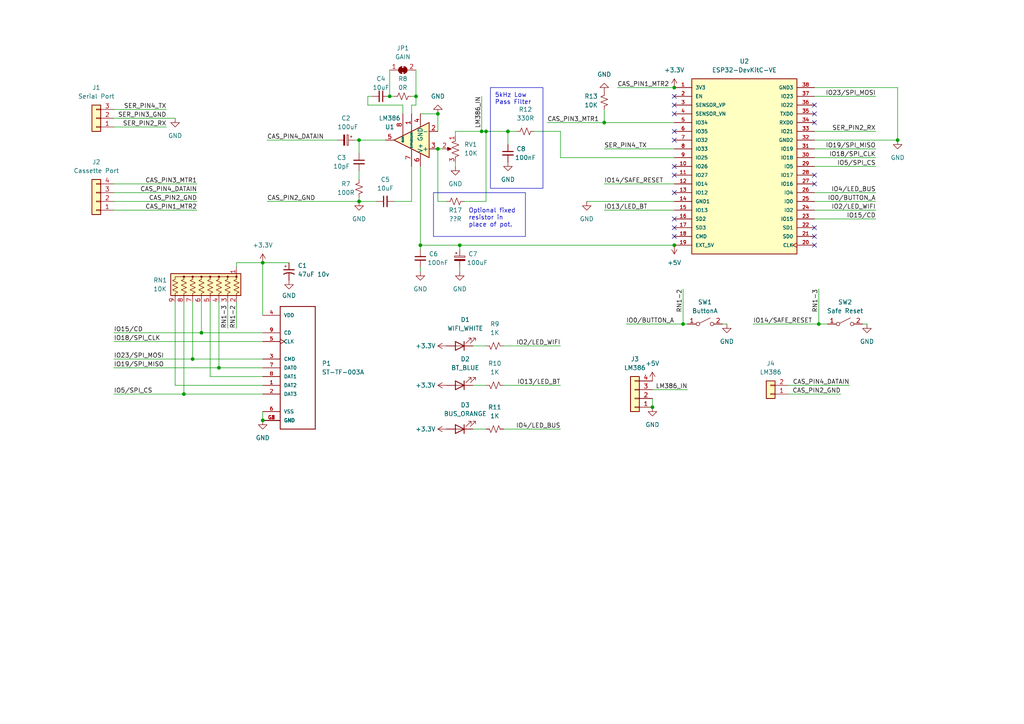
<source format=kicad_sch>
(kicad_sch (version 20230121) (generator eeschema)

  (uuid 530151af-e929-4ebc-81ba-062acbc84619)

  (paper "A4")

  (title_block
    (title "CoCo FujiNet")
    (date "2024-01-10")
    (rev "Rev 0")
  )

  (lib_symbols
    (symbol "Amplifier_Audio:LM386" (pin_names (offset 0.127)) (in_bom yes) (on_board yes)
      (property "Reference" "U" (at 1.27 7.62 0)
        (effects (font (size 1.27 1.27)) (justify left))
      )
      (property "Value" "LM386" (at 1.27 5.08 0)
        (effects (font (size 1.27 1.27)) (justify left))
      )
      (property "Footprint" "" (at 2.54 2.54 0)
        (effects (font (size 1.27 1.27)) hide)
      )
      (property "Datasheet" "http://www.ti.com/lit/ds/symlink/lm386.pdf" (at 5.08 5.08 0)
        (effects (font (size 1.27 1.27)) hide)
      )
      (property "ki_keywords" "single Power opamp" (at 0 0 0)
        (effects (font (size 1.27 1.27)) hide)
      )
      (property "ki_description" "Low Voltage Audio Power Amplifier, DIP-8/SOIC-8/SSOP-8" (at 0 0 0)
        (effects (font (size 1.27 1.27)) hide)
      )
      (property "ki_fp_filters" "SOIC*3.9x4.9mm*P1.27mm* DIP*W7.62mm* MSSOP*P0.65mm* TSSOP*3x3mm*P0.5mm*" (at 0 0 0)
        (effects (font (size 1.27 1.27)) hide)
      )
      (symbol "LM386_0_1"
        (polyline
          (pts
            (xy 5.08 0)
            (xy -5.08 5.08)
            (xy -5.08 -5.08)
            (xy 5.08 0)
          )
          (stroke (width 0.254) (type default))
          (fill (type background))
        )
      )
      (symbol "LM386_1_1"
        (pin input line (at 0 -7.62 90) (length 5.08)
          (name "GAIN" (effects (font (size 0.508 0.508))))
          (number "1" (effects (font (size 1.27 1.27))))
        )
        (pin input line (at -7.62 -2.54 0) (length 2.54)
          (name "-" (effects (font (size 1.27 1.27))))
          (number "2" (effects (font (size 1.27 1.27))))
        )
        (pin input line (at -7.62 2.54 0) (length 2.54)
          (name "+" (effects (font (size 1.27 1.27))))
          (number "3" (effects (font (size 1.27 1.27))))
        )
        (pin power_in line (at -2.54 -7.62 90) (length 3.81)
          (name "GND" (effects (font (size 1.27 1.27))))
          (number "4" (effects (font (size 1.27 1.27))))
        )
        (pin output line (at 7.62 0 180) (length 2.54)
          (name "~" (effects (font (size 1.27 1.27))))
          (number "5" (effects (font (size 1.27 1.27))))
        )
        (pin power_in line (at -2.54 7.62 270) (length 3.81)
          (name "V+" (effects (font (size 1.27 1.27))))
          (number "6" (effects (font (size 1.27 1.27))))
        )
        (pin input line (at 0 7.62 270) (length 5.08)
          (name "BYPASS" (effects (font (size 0.508 0.508))))
          (number "7" (effects (font (size 1.27 1.27))))
        )
        (pin input line (at 2.54 -7.62 90) (length 6.35)
          (name "GAIN" (effects (font (size 0.508 0.508))))
          (number "8" (effects (font (size 1.27 1.27))))
        )
      )
    )
    (symbol "Connector_Generic:Conn_01x02" (pin_names (offset 1.016) hide) (in_bom yes) (on_board yes)
      (property "Reference" "J" (at 0 2.54 0)
        (effects (font (size 1.27 1.27)))
      )
      (property "Value" "Conn_01x02" (at 0 -5.08 0)
        (effects (font (size 1.27 1.27)))
      )
      (property "Footprint" "" (at 0 0 0)
        (effects (font (size 1.27 1.27)) hide)
      )
      (property "Datasheet" "~" (at 0 0 0)
        (effects (font (size 1.27 1.27)) hide)
      )
      (property "ki_keywords" "connector" (at 0 0 0)
        (effects (font (size 1.27 1.27)) hide)
      )
      (property "ki_description" "Generic connector, single row, 01x02, script generated (kicad-library-utils/schlib/autogen/connector/)" (at 0 0 0)
        (effects (font (size 1.27 1.27)) hide)
      )
      (property "ki_fp_filters" "Connector*:*_1x??_*" (at 0 0 0)
        (effects (font (size 1.27 1.27)) hide)
      )
      (symbol "Conn_01x02_1_1"
        (rectangle (start -1.27 -2.413) (end 0 -2.667)
          (stroke (width 0.1524) (type default))
          (fill (type none))
        )
        (rectangle (start -1.27 0.127) (end 0 -0.127)
          (stroke (width 0.1524) (type default))
          (fill (type none))
        )
        (rectangle (start -1.27 1.27) (end 1.27 -3.81)
          (stroke (width 0.254) (type default))
          (fill (type background))
        )
        (pin passive line (at -5.08 0 0) (length 3.81)
          (name "Pin_1" (effects (font (size 1.27 1.27))))
          (number "1" (effects (font (size 1.27 1.27))))
        )
        (pin passive line (at -5.08 -2.54 0) (length 3.81)
          (name "Pin_2" (effects (font (size 1.27 1.27))))
          (number "2" (effects (font (size 1.27 1.27))))
        )
      )
    )
    (symbol "Connector_Generic:Conn_01x03" (pin_names (offset 1.016) hide) (in_bom yes) (on_board yes)
      (property "Reference" "J" (at 0 5.08 0)
        (effects (font (size 1.27 1.27)))
      )
      (property "Value" "Conn_01x03" (at 0 -5.08 0)
        (effects (font (size 1.27 1.27)))
      )
      (property "Footprint" "" (at 0 0 0)
        (effects (font (size 1.27 1.27)) hide)
      )
      (property "Datasheet" "~" (at 0 0 0)
        (effects (font (size 1.27 1.27)) hide)
      )
      (property "ki_keywords" "connector" (at 0 0 0)
        (effects (font (size 1.27 1.27)) hide)
      )
      (property "ki_description" "Generic connector, single row, 01x03, script generated (kicad-library-utils/schlib/autogen/connector/)" (at 0 0 0)
        (effects (font (size 1.27 1.27)) hide)
      )
      (property "ki_fp_filters" "Connector*:*_1x??_*" (at 0 0 0)
        (effects (font (size 1.27 1.27)) hide)
      )
      (symbol "Conn_01x03_1_1"
        (rectangle (start -1.27 -2.413) (end 0 -2.667)
          (stroke (width 0.1524) (type default))
          (fill (type none))
        )
        (rectangle (start -1.27 0.127) (end 0 -0.127)
          (stroke (width 0.1524) (type default))
          (fill (type none))
        )
        (rectangle (start -1.27 2.667) (end 0 2.413)
          (stroke (width 0.1524) (type default))
          (fill (type none))
        )
        (rectangle (start -1.27 3.81) (end 1.27 -3.81)
          (stroke (width 0.254) (type default))
          (fill (type background))
        )
        (pin passive line (at -5.08 2.54 0) (length 3.81)
          (name "Pin_1" (effects (font (size 1.27 1.27))))
          (number "1" (effects (font (size 1.27 1.27))))
        )
        (pin passive line (at -5.08 0 0) (length 3.81)
          (name "Pin_2" (effects (font (size 1.27 1.27))))
          (number "2" (effects (font (size 1.27 1.27))))
        )
        (pin passive line (at -5.08 -2.54 0) (length 3.81)
          (name "Pin_3" (effects (font (size 1.27 1.27))))
          (number "3" (effects (font (size 1.27 1.27))))
        )
      )
    )
    (symbol "Connector_Generic:Conn_01x04" (pin_names (offset 1.016) hide) (in_bom yes) (on_board yes)
      (property "Reference" "J" (at 0 5.08 0)
        (effects (font (size 1.27 1.27)))
      )
      (property "Value" "Conn_01x04" (at 0 -7.62 0)
        (effects (font (size 1.27 1.27)))
      )
      (property "Footprint" "" (at 0 0 0)
        (effects (font (size 1.27 1.27)) hide)
      )
      (property "Datasheet" "~" (at 0 0 0)
        (effects (font (size 1.27 1.27)) hide)
      )
      (property "ki_keywords" "connector" (at 0 0 0)
        (effects (font (size 1.27 1.27)) hide)
      )
      (property "ki_description" "Generic connector, single row, 01x04, script generated (kicad-library-utils/schlib/autogen/connector/)" (at 0 0 0)
        (effects (font (size 1.27 1.27)) hide)
      )
      (property "ki_fp_filters" "Connector*:*_1x??_*" (at 0 0 0)
        (effects (font (size 1.27 1.27)) hide)
      )
      (symbol "Conn_01x04_1_1"
        (rectangle (start -1.27 -4.953) (end 0 -5.207)
          (stroke (width 0.1524) (type default))
          (fill (type none))
        )
        (rectangle (start -1.27 -2.413) (end 0 -2.667)
          (stroke (width 0.1524) (type default))
          (fill (type none))
        )
        (rectangle (start -1.27 0.127) (end 0 -0.127)
          (stroke (width 0.1524) (type default))
          (fill (type none))
        )
        (rectangle (start -1.27 2.667) (end 0 2.413)
          (stroke (width 0.1524) (type default))
          (fill (type none))
        )
        (rectangle (start -1.27 3.81) (end 1.27 -6.35)
          (stroke (width 0.254) (type default))
          (fill (type background))
        )
        (pin passive line (at -5.08 2.54 0) (length 3.81)
          (name "Pin_1" (effects (font (size 1.27 1.27))))
          (number "1" (effects (font (size 1.27 1.27))))
        )
        (pin passive line (at -5.08 0 0) (length 3.81)
          (name "Pin_2" (effects (font (size 1.27 1.27))))
          (number "2" (effects (font (size 1.27 1.27))))
        )
        (pin passive line (at -5.08 -2.54 0) (length 3.81)
          (name "Pin_3" (effects (font (size 1.27 1.27))))
          (number "3" (effects (font (size 1.27 1.27))))
        )
        (pin passive line (at -5.08 -5.08 0) (length 3.81)
          (name "Pin_4" (effects (font (size 1.27 1.27))))
          (number "4" (effects (font (size 1.27 1.27))))
        )
      )
    )
    (symbol "Device:C_Polarized_Small" (pin_numbers hide) (pin_names (offset 0.254) hide) (in_bom yes) (on_board yes)
      (property "Reference" "C" (at 0.254 1.778 0)
        (effects (font (size 1.27 1.27)) (justify left))
      )
      (property "Value" "C_Polarized_Small" (at 0.254 -2.032 0)
        (effects (font (size 1.27 1.27)) (justify left))
      )
      (property "Footprint" "" (at 0 0 0)
        (effects (font (size 1.27 1.27)) hide)
      )
      (property "Datasheet" "~" (at 0 0 0)
        (effects (font (size 1.27 1.27)) hide)
      )
      (property "ki_keywords" "cap capacitor" (at 0 0 0)
        (effects (font (size 1.27 1.27)) hide)
      )
      (property "ki_description" "Polarized capacitor, small symbol" (at 0 0 0)
        (effects (font (size 1.27 1.27)) hide)
      )
      (property "ki_fp_filters" "CP_*" (at 0 0 0)
        (effects (font (size 1.27 1.27)) hide)
      )
      (symbol "C_Polarized_Small_0_1"
        (rectangle (start -1.524 -0.3048) (end 1.524 -0.6858)
          (stroke (width 0) (type default))
          (fill (type outline))
        )
        (rectangle (start -1.524 0.6858) (end 1.524 0.3048)
          (stroke (width 0) (type default))
          (fill (type none))
        )
        (polyline
          (pts
            (xy -1.27 1.524)
            (xy -0.762 1.524)
          )
          (stroke (width 0) (type default))
          (fill (type none))
        )
        (polyline
          (pts
            (xy -1.016 1.27)
            (xy -1.016 1.778)
          )
          (stroke (width 0) (type default))
          (fill (type none))
        )
      )
      (symbol "C_Polarized_Small_1_1"
        (pin passive line (at 0 2.54 270) (length 1.8542)
          (name "~" (effects (font (size 1.27 1.27))))
          (number "1" (effects (font (size 1.27 1.27))))
        )
        (pin passive line (at 0 -2.54 90) (length 1.8542)
          (name "~" (effects (font (size 1.27 1.27))))
          (number "2" (effects (font (size 1.27 1.27))))
        )
      )
    )
    (symbol "Device:C_Polarized_Small_US" (pin_numbers hide) (pin_names (offset 0.254) hide) (in_bom yes) (on_board yes)
      (property "Reference" "C" (at 0.254 1.778 0)
        (effects (font (size 1.27 1.27)) (justify left))
      )
      (property "Value" "C_Polarized_Small_US" (at 0.254 -2.032 0)
        (effects (font (size 1.27 1.27)) (justify left))
      )
      (property "Footprint" "" (at 0 0 0)
        (effects (font (size 1.27 1.27)) hide)
      )
      (property "Datasheet" "~" (at 0 0 0)
        (effects (font (size 1.27 1.27)) hide)
      )
      (property "ki_keywords" "cap capacitor" (at 0 0 0)
        (effects (font (size 1.27 1.27)) hide)
      )
      (property "ki_description" "Polarized capacitor, small US symbol" (at 0 0 0)
        (effects (font (size 1.27 1.27)) hide)
      )
      (property "ki_fp_filters" "CP_*" (at 0 0 0)
        (effects (font (size 1.27 1.27)) hide)
      )
      (symbol "C_Polarized_Small_US_0_1"
        (polyline
          (pts
            (xy -1.524 0.508)
            (xy 1.524 0.508)
          )
          (stroke (width 0.3048) (type default))
          (fill (type none))
        )
        (polyline
          (pts
            (xy -1.27 1.524)
            (xy -0.762 1.524)
          )
          (stroke (width 0) (type default))
          (fill (type none))
        )
        (polyline
          (pts
            (xy -1.016 1.27)
            (xy -1.016 1.778)
          )
          (stroke (width 0) (type default))
          (fill (type none))
        )
        (arc (start 1.524 -0.762) (mid 0 -0.3734) (end -1.524 -0.762)
          (stroke (width 0.3048) (type default))
          (fill (type none))
        )
      )
      (symbol "C_Polarized_Small_US_1_1"
        (pin passive line (at 0 2.54 270) (length 2.032)
          (name "~" (effects (font (size 1.27 1.27))))
          (number "1" (effects (font (size 1.27 1.27))))
        )
        (pin passive line (at 0 -2.54 90) (length 2.032)
          (name "~" (effects (font (size 1.27 1.27))))
          (number "2" (effects (font (size 1.27 1.27))))
        )
      )
    )
    (symbol "Device:C_Small" (pin_numbers hide) (pin_names (offset 0.254) hide) (in_bom yes) (on_board yes)
      (property "Reference" "C" (at 0.254 1.778 0)
        (effects (font (size 1.27 1.27)) (justify left))
      )
      (property "Value" "C_Small" (at 0.254 -2.032 0)
        (effects (font (size 1.27 1.27)) (justify left))
      )
      (property "Footprint" "" (at 0 0 0)
        (effects (font (size 1.27 1.27)) hide)
      )
      (property "Datasheet" "~" (at 0 0 0)
        (effects (font (size 1.27 1.27)) hide)
      )
      (property "ki_keywords" "capacitor cap" (at 0 0 0)
        (effects (font (size 1.27 1.27)) hide)
      )
      (property "ki_description" "Unpolarized capacitor, small symbol" (at 0 0 0)
        (effects (font (size 1.27 1.27)) hide)
      )
      (property "ki_fp_filters" "C_*" (at 0 0 0)
        (effects (font (size 1.27 1.27)) hide)
      )
      (symbol "C_Small_0_1"
        (polyline
          (pts
            (xy -1.524 -0.508)
            (xy 1.524 -0.508)
          )
          (stroke (width 0.3302) (type default))
          (fill (type none))
        )
        (polyline
          (pts
            (xy -1.524 0.508)
            (xy 1.524 0.508)
          )
          (stroke (width 0.3048) (type default))
          (fill (type none))
        )
      )
      (symbol "C_Small_1_1"
        (pin passive line (at 0 2.54 270) (length 2.032)
          (name "~" (effects (font (size 1.27 1.27))))
          (number "1" (effects (font (size 1.27 1.27))))
        )
        (pin passive line (at 0 -2.54 90) (length 2.032)
          (name "~" (effects (font (size 1.27 1.27))))
          (number "2" (effects (font (size 1.27 1.27))))
        )
      )
    )
    (symbol "Device:LED" (pin_numbers hide) (pin_names (offset 1.016) hide) (in_bom yes) (on_board yes)
      (property "Reference" "D" (at 0 2.54 0)
        (effects (font (size 1.27 1.27)))
      )
      (property "Value" "LED" (at 0 -2.54 0)
        (effects (font (size 1.27 1.27)))
      )
      (property "Footprint" "" (at 0 0 0)
        (effects (font (size 1.27 1.27)) hide)
      )
      (property "Datasheet" "~" (at 0 0 0)
        (effects (font (size 1.27 1.27)) hide)
      )
      (property "ki_keywords" "LED diode" (at 0 0 0)
        (effects (font (size 1.27 1.27)) hide)
      )
      (property "ki_description" "Light emitting diode" (at 0 0 0)
        (effects (font (size 1.27 1.27)) hide)
      )
      (property "ki_fp_filters" "LED* LED_SMD:* LED_THT:*" (at 0 0 0)
        (effects (font (size 1.27 1.27)) hide)
      )
      (symbol "LED_0_1"
        (polyline
          (pts
            (xy -1.27 -1.27)
            (xy -1.27 1.27)
          )
          (stroke (width 0.254) (type default))
          (fill (type none))
        )
        (polyline
          (pts
            (xy -1.27 0)
            (xy 1.27 0)
          )
          (stroke (width 0) (type default))
          (fill (type none))
        )
        (polyline
          (pts
            (xy 1.27 -1.27)
            (xy 1.27 1.27)
            (xy -1.27 0)
            (xy 1.27 -1.27)
          )
          (stroke (width 0.254) (type default))
          (fill (type none))
        )
        (polyline
          (pts
            (xy -3.048 -0.762)
            (xy -4.572 -2.286)
            (xy -3.81 -2.286)
            (xy -4.572 -2.286)
            (xy -4.572 -1.524)
          )
          (stroke (width 0) (type default))
          (fill (type none))
        )
        (polyline
          (pts
            (xy -1.778 -0.762)
            (xy -3.302 -2.286)
            (xy -2.54 -2.286)
            (xy -3.302 -2.286)
            (xy -3.302 -1.524)
          )
          (stroke (width 0) (type default))
          (fill (type none))
        )
      )
      (symbol "LED_1_1"
        (pin passive line (at -3.81 0 0) (length 2.54)
          (name "K" (effects (font (size 1.27 1.27))))
          (number "1" (effects (font (size 1.27 1.27))))
        )
        (pin passive line (at 3.81 0 180) (length 2.54)
          (name "A" (effects (font (size 1.27 1.27))))
          (number "2" (effects (font (size 1.27 1.27))))
        )
      )
    )
    (symbol "Device:R_Network08_US" (pin_names (offset 0) hide) (in_bom yes) (on_board yes)
      (property "Reference" "RN" (at -12.7 0 90)
        (effects (font (size 1.27 1.27)))
      )
      (property "Value" "R_Network08_US" (at 10.16 0 90)
        (effects (font (size 1.27 1.27)))
      )
      (property "Footprint" "Resistor_THT:R_Array_SIP9" (at 12.065 0 90)
        (effects (font (size 1.27 1.27)) hide)
      )
      (property "Datasheet" "http://www.vishay.com/docs/31509/csc.pdf" (at 0 0 0)
        (effects (font (size 1.27 1.27)) hide)
      )
      (property "ki_keywords" "R network star-topology" (at 0 0 0)
        (effects (font (size 1.27 1.27)) hide)
      )
      (property "ki_description" "8 resistor network, star topology, bussed resistors, small US symbol" (at 0 0 0)
        (effects (font (size 1.27 1.27)) hide)
      )
      (property "ki_fp_filters" "R?Array?SIP*" (at 0 0 0)
        (effects (font (size 1.27 1.27)) hide)
      )
      (symbol "R_Network08_US_0_1"
        (rectangle (start -11.43 -3.175) (end 8.89 3.175)
          (stroke (width 0.254) (type default))
          (fill (type background))
        )
        (circle (center -10.16 2.286) (radius 0.254)
          (stroke (width 0) (type default))
          (fill (type outline))
        )
        (circle (center -7.62 2.286) (radius 0.254)
          (stroke (width 0) (type default))
          (fill (type outline))
        )
        (circle (center -5.08 2.286) (radius 0.254)
          (stroke (width 0) (type default))
          (fill (type outline))
        )
        (circle (center -2.54 2.286) (radius 0.254)
          (stroke (width 0) (type default))
          (fill (type outline))
        )
        (polyline
          (pts
            (xy -10.16 2.286)
            (xy 7.62 2.286)
          )
          (stroke (width 0) (type default))
          (fill (type none))
        )
        (polyline
          (pts
            (xy -10.16 2.286)
            (xy -10.16 1.524)
            (xy -9.398 1.1684)
            (xy -10.922 0.508)
            (xy -9.398 -0.1524)
            (xy -10.922 -0.8382)
            (xy -9.398 -1.524)
            (xy -10.922 -2.1844)
            (xy -10.16 -2.54)
            (xy -10.16 -3.81)
          )
          (stroke (width 0) (type default))
          (fill (type none))
        )
        (polyline
          (pts
            (xy -7.62 2.286)
            (xy -7.62 1.524)
            (xy -6.858 1.1684)
            (xy -8.382 0.508)
            (xy -6.858 -0.1524)
            (xy -8.382 -0.8382)
            (xy -6.858 -1.524)
            (xy -8.382 -2.1844)
            (xy -7.62 -2.54)
            (xy -7.62 -3.81)
          )
          (stroke (width 0) (type default))
          (fill (type none))
        )
        (polyline
          (pts
            (xy -5.08 2.286)
            (xy -5.08 1.524)
            (xy -4.318 1.1684)
            (xy -5.842 0.508)
            (xy -4.318 -0.1524)
            (xy -5.842 -0.8382)
            (xy -4.318 -1.524)
            (xy -5.842 -2.1844)
            (xy -5.08 -2.54)
            (xy -5.08 -3.81)
          )
          (stroke (width 0) (type default))
          (fill (type none))
        )
        (polyline
          (pts
            (xy -2.54 2.286)
            (xy -2.54 1.524)
            (xy -1.778 1.1684)
            (xy -3.302 0.508)
            (xy -1.778 -0.1524)
            (xy -3.302 -0.8382)
            (xy -1.778 -1.524)
            (xy -3.302 -2.1844)
            (xy -2.54 -2.54)
            (xy -2.54 -3.81)
          )
          (stroke (width 0) (type default))
          (fill (type none))
        )
        (polyline
          (pts
            (xy 0 2.286)
            (xy 0 1.524)
            (xy 0.762 1.1684)
            (xy -0.762 0.508)
            (xy 0.762 -0.1524)
            (xy -0.762 -0.8382)
            (xy 0.762 -1.524)
            (xy -0.762 -2.1844)
            (xy 0 -2.54)
            (xy 0 -3.81)
          )
          (stroke (width 0) (type default))
          (fill (type none))
        )
        (polyline
          (pts
            (xy 2.54 2.286)
            (xy 2.54 1.524)
            (xy 3.302 1.1684)
            (xy 1.778 0.508)
            (xy 3.302 -0.1524)
            (xy 1.778 -0.8382)
            (xy 3.302 -1.524)
            (xy 1.778 -2.1844)
            (xy 2.54 -2.54)
            (xy 2.54 -3.81)
          )
          (stroke (width 0) (type default))
          (fill (type none))
        )
        (polyline
          (pts
            (xy 5.08 2.286)
            (xy 5.08 1.524)
            (xy 5.842 1.1684)
            (xy 4.318 0.508)
            (xy 5.842 -0.1524)
            (xy 4.318 -0.8382)
            (xy 5.842 -1.524)
            (xy 4.318 -2.1844)
            (xy 5.08 -2.54)
            (xy 5.08 -3.81)
          )
          (stroke (width 0) (type default))
          (fill (type none))
        )
        (polyline
          (pts
            (xy 7.62 2.286)
            (xy 7.62 1.524)
            (xy 8.382 1.1684)
            (xy 6.858 0.508)
            (xy 8.382 -0.1524)
            (xy 6.858 -0.8382)
            (xy 8.382 -1.524)
            (xy 6.858 -2.1844)
            (xy 7.62 -2.54)
            (xy 7.62 -3.81)
          )
          (stroke (width 0) (type default))
          (fill (type none))
        )
        (circle (center 0 2.286) (radius 0.254)
          (stroke (width 0) (type default))
          (fill (type outline))
        )
        (circle (center 2.54 2.286) (radius 0.254)
          (stroke (width 0) (type default))
          (fill (type outline))
        )
        (circle (center 5.08 2.286) (radius 0.254)
          (stroke (width 0) (type default))
          (fill (type outline))
        )
      )
      (symbol "R_Network08_US_1_1"
        (pin passive line (at -10.16 5.08 270) (length 2.54)
          (name "common" (effects (font (size 1.27 1.27))))
          (number "1" (effects (font (size 1.27 1.27))))
        )
        (pin passive line (at -10.16 -5.08 90) (length 1.27)
          (name "R1" (effects (font (size 1.27 1.27))))
          (number "2" (effects (font (size 1.27 1.27))))
        )
        (pin passive line (at -7.62 -5.08 90) (length 1.27)
          (name "R2" (effects (font (size 1.27 1.27))))
          (number "3" (effects (font (size 1.27 1.27))))
        )
        (pin passive line (at -5.08 -5.08 90) (length 1.27)
          (name "R3" (effects (font (size 1.27 1.27))))
          (number "4" (effects (font (size 1.27 1.27))))
        )
        (pin passive line (at -2.54 -5.08 90) (length 1.27)
          (name "R4" (effects (font (size 1.27 1.27))))
          (number "5" (effects (font (size 1.27 1.27))))
        )
        (pin passive line (at 0 -5.08 90) (length 1.27)
          (name "R5" (effects (font (size 1.27 1.27))))
          (number "6" (effects (font (size 1.27 1.27))))
        )
        (pin passive line (at 2.54 -5.08 90) (length 1.27)
          (name "R6" (effects (font (size 1.27 1.27))))
          (number "7" (effects (font (size 1.27 1.27))))
        )
        (pin passive line (at 5.08 -5.08 90) (length 1.27)
          (name "R7" (effects (font (size 1.27 1.27))))
          (number "8" (effects (font (size 1.27 1.27))))
        )
        (pin passive line (at 7.62 -5.08 90) (length 1.27)
          (name "R8" (effects (font (size 1.27 1.27))))
          (number "9" (effects (font (size 1.27 1.27))))
        )
      )
    )
    (symbol "Device:R_Potentiometer_US" (pin_names (offset 1.016) hide) (in_bom yes) (on_board yes)
      (property "Reference" "RV" (at -4.445 0 90)
        (effects (font (size 1.27 1.27)))
      )
      (property "Value" "R_Potentiometer_US" (at -2.54 0 90)
        (effects (font (size 1.27 1.27)))
      )
      (property "Footprint" "" (at 0 0 0)
        (effects (font (size 1.27 1.27)) hide)
      )
      (property "Datasheet" "~" (at 0 0 0)
        (effects (font (size 1.27 1.27)) hide)
      )
      (property "ki_keywords" "resistor variable" (at 0 0 0)
        (effects (font (size 1.27 1.27)) hide)
      )
      (property "ki_description" "Potentiometer, US symbol" (at 0 0 0)
        (effects (font (size 1.27 1.27)) hide)
      )
      (property "ki_fp_filters" "Potentiometer*" (at 0 0 0)
        (effects (font (size 1.27 1.27)) hide)
      )
      (symbol "R_Potentiometer_US_0_1"
        (polyline
          (pts
            (xy 0 -2.286)
            (xy 0 -2.54)
          )
          (stroke (width 0) (type default))
          (fill (type none))
        )
        (polyline
          (pts
            (xy 0 2.54)
            (xy 0 2.286)
          )
          (stroke (width 0) (type default))
          (fill (type none))
        )
        (polyline
          (pts
            (xy 2.54 0)
            (xy 1.524 0)
          )
          (stroke (width 0) (type default))
          (fill (type none))
        )
        (polyline
          (pts
            (xy 1.143 0)
            (xy 2.286 0.508)
            (xy 2.286 -0.508)
            (xy 1.143 0)
          )
          (stroke (width 0) (type default))
          (fill (type outline))
        )
        (polyline
          (pts
            (xy 0 -0.762)
            (xy 1.016 -1.143)
            (xy 0 -1.524)
            (xy -1.016 -1.905)
            (xy 0 -2.286)
          )
          (stroke (width 0) (type default))
          (fill (type none))
        )
        (polyline
          (pts
            (xy 0 0.762)
            (xy 1.016 0.381)
            (xy 0 0)
            (xy -1.016 -0.381)
            (xy 0 -0.762)
          )
          (stroke (width 0) (type default))
          (fill (type none))
        )
        (polyline
          (pts
            (xy 0 2.286)
            (xy 1.016 1.905)
            (xy 0 1.524)
            (xy -1.016 1.143)
            (xy 0 0.762)
          )
          (stroke (width 0) (type default))
          (fill (type none))
        )
      )
      (symbol "R_Potentiometer_US_1_1"
        (pin passive line (at 0 3.81 270) (length 1.27)
          (name "1" (effects (font (size 1.27 1.27))))
          (number "1" (effects (font (size 1.27 1.27))))
        )
        (pin passive line (at 3.81 0 180) (length 1.27)
          (name "2" (effects (font (size 1.27 1.27))))
          (number "2" (effects (font (size 1.27 1.27))))
        )
        (pin passive line (at 0 -3.81 90) (length 1.27)
          (name "3" (effects (font (size 1.27 1.27))))
          (number "3" (effects (font (size 1.27 1.27))))
        )
      )
    )
    (symbol "Device:R_Small_US" (pin_numbers hide) (pin_names (offset 0.254) hide) (in_bom yes) (on_board yes)
      (property "Reference" "R" (at 0.762 0.508 0)
        (effects (font (size 1.27 1.27)) (justify left))
      )
      (property "Value" "R_Small_US" (at 0.762 -1.016 0)
        (effects (font (size 1.27 1.27)) (justify left))
      )
      (property "Footprint" "" (at 0 0 0)
        (effects (font (size 1.27 1.27)) hide)
      )
      (property "Datasheet" "~" (at 0 0 0)
        (effects (font (size 1.27 1.27)) hide)
      )
      (property "ki_keywords" "r resistor" (at 0 0 0)
        (effects (font (size 1.27 1.27)) hide)
      )
      (property "ki_description" "Resistor, small US symbol" (at 0 0 0)
        (effects (font (size 1.27 1.27)) hide)
      )
      (property "ki_fp_filters" "R_*" (at 0 0 0)
        (effects (font (size 1.27 1.27)) hide)
      )
      (symbol "R_Small_US_1_1"
        (polyline
          (pts
            (xy 0 0)
            (xy 1.016 -0.381)
            (xy 0 -0.762)
            (xy -1.016 -1.143)
            (xy 0 -1.524)
          )
          (stroke (width 0) (type default))
          (fill (type none))
        )
        (polyline
          (pts
            (xy 0 1.524)
            (xy 1.016 1.143)
            (xy 0 0.762)
            (xy -1.016 0.381)
            (xy 0 0)
          )
          (stroke (width 0) (type default))
          (fill (type none))
        )
        (pin passive line (at 0 2.54 270) (length 1.016)
          (name "~" (effects (font (size 1.27 1.27))))
          (number "1" (effects (font (size 1.27 1.27))))
        )
        (pin passive line (at 0 -2.54 90) (length 1.016)
          (name "~" (effects (font (size 1.27 1.27))))
          (number "2" (effects (font (size 1.27 1.27))))
        )
      )
    )
    (symbol "ESP32-DEVKITC-32U:ESP32-DEVKITC-32U" (pin_names (offset 1.016)) (in_bom yes) (on_board yes)
      (property "Reference" "U" (at -15.2654 26.0604 0)
        (effects (font (size 1.27 1.27)) (justify left bottom))
      )
      (property "Value" "ESP32-DEVKITC-32U" (at -15.2654 -27.9654 0)
        (effects (font (size 1.27 1.27)) (justify left bottom))
      )
      (property "Footprint" "MODULE_ESP32-DEVKITC-32U" (at 0 0 0)
        (effects (font (size 1.27 1.27)) (justify left bottom) hide)
      )
      (property "Datasheet" "" (at 0 0 0)
        (effects (font (size 1.27 1.27)) (justify left bottom) hide)
      )
      (property "STANDARD" "Manufacturer Recommendations" (at 0 0 0)
        (effects (font (size 1.27 1.27)) (justify left bottom) hide)
      )
      (property "PARTREV" "N/A" (at 0 0 0)
        (effects (font (size 1.27 1.27)) (justify left bottom) hide)
      )
      (property "MANUFACTURER" "ESPRESSIF" (at 0 0 0)
        (effects (font (size 1.27 1.27)) (justify left bottom) hide)
      )
      (property "ki_locked" "" (at 0 0 0)
        (effects (font (size 1.27 1.27)))
      )
      (symbol "ESP32-DEVKITC-32U_0_0"
        (rectangle (start -15.24 -25.4) (end 15.24 25.4)
          (stroke (width 0.254) (type solid))
          (fill (type background))
        )
        (pin power_in line (at -20.32 22.86 0) (length 5.08)
          (name "3V3" (effects (font (size 1.016 1.016))))
          (number "1" (effects (font (size 1.016 1.016))))
        )
        (pin bidirectional line (at -20.32 0 0) (length 5.08)
          (name "IO26" (effects (font (size 1.016 1.016))))
          (number "10" (effects (font (size 1.016 1.016))))
        )
        (pin bidirectional line (at -20.32 -2.54 0) (length 5.08)
          (name "IO27" (effects (font (size 1.016 1.016))))
          (number "11" (effects (font (size 1.016 1.016))))
        )
        (pin bidirectional line (at -20.32 -5.08 0) (length 5.08)
          (name "IO14" (effects (font (size 1.016 1.016))))
          (number "12" (effects (font (size 1.016 1.016))))
        )
        (pin bidirectional line (at -20.32 -7.62 0) (length 5.08)
          (name "IO12" (effects (font (size 1.016 1.016))))
          (number "13" (effects (font (size 1.016 1.016))))
        )
        (pin power_in line (at -20.32 -10.16 0) (length 5.08)
          (name "GND1" (effects (font (size 1.016 1.016))))
          (number "14" (effects (font (size 1.016 1.016))))
        )
        (pin bidirectional line (at -20.32 -12.7 0) (length 5.08)
          (name "IO13" (effects (font (size 1.016 1.016))))
          (number "15" (effects (font (size 1.016 1.016))))
        )
        (pin bidirectional line (at -20.32 -15.24 0) (length 5.08)
          (name "SD2" (effects (font (size 1.016 1.016))))
          (number "16" (effects (font (size 1.016 1.016))))
        )
        (pin bidirectional line (at -20.32 -17.78 0) (length 5.08)
          (name "SD3" (effects (font (size 1.016 1.016))))
          (number "17" (effects (font (size 1.016 1.016))))
        )
        (pin bidirectional line (at -20.32 -20.32 0) (length 5.08)
          (name "CMD" (effects (font (size 1.016 1.016))))
          (number "18" (effects (font (size 1.016 1.016))))
        )
        (pin power_in line (at -20.32 -22.86 0) (length 5.08)
          (name "EXT_5V" (effects (font (size 1.016 1.016))))
          (number "19" (effects (font (size 1.016 1.016))))
        )
        (pin input line (at -20.32 20.32 0) (length 5.08)
          (name "EN" (effects (font (size 1.016 1.016))))
          (number "2" (effects (font (size 1.016 1.016))))
        )
        (pin input clock (at 20.32 -22.86 180) (length 5.08)
          (name "CLK" (effects (font (size 1.016 1.016))))
          (number "20" (effects (font (size 1.016 1.016))))
        )
        (pin bidirectional line (at 20.32 -20.32 180) (length 5.08)
          (name "SD0" (effects (font (size 1.016 1.016))))
          (number "21" (effects (font (size 1.016 1.016))))
        )
        (pin bidirectional line (at 20.32 -17.78 180) (length 5.08)
          (name "SD1" (effects (font (size 1.016 1.016))))
          (number "22" (effects (font (size 1.016 1.016))))
        )
        (pin bidirectional line (at 20.32 -15.24 180) (length 5.08)
          (name "IO15" (effects (font (size 1.016 1.016))))
          (number "23" (effects (font (size 1.016 1.016))))
        )
        (pin bidirectional line (at 20.32 -12.7 180) (length 5.08)
          (name "IO2" (effects (font (size 1.016 1.016))))
          (number "24" (effects (font (size 1.016 1.016))))
        )
        (pin bidirectional line (at 20.32 -10.16 180) (length 5.08)
          (name "IO0" (effects (font (size 1.016 1.016))))
          (number "25" (effects (font (size 1.016 1.016))))
        )
        (pin bidirectional line (at 20.32 -7.62 180) (length 5.08)
          (name "IO4" (effects (font (size 1.016 1.016))))
          (number "26" (effects (font (size 1.016 1.016))))
        )
        (pin bidirectional line (at 20.32 -5.08 180) (length 5.08)
          (name "IO16" (effects (font (size 1.016 1.016))))
          (number "27" (effects (font (size 1.016 1.016))))
        )
        (pin bidirectional line (at 20.32 -2.54 180) (length 5.08)
          (name "IO17" (effects (font (size 1.016 1.016))))
          (number "28" (effects (font (size 1.016 1.016))))
        )
        (pin bidirectional line (at 20.32 0 180) (length 5.08)
          (name "IO5" (effects (font (size 1.016 1.016))))
          (number "29" (effects (font (size 1.016 1.016))))
        )
        (pin input line (at -20.32 17.78 0) (length 5.08)
          (name "SENSOR_VP" (effects (font (size 1.016 1.016))))
          (number "3" (effects (font (size 1.016 1.016))))
        )
        (pin bidirectional line (at 20.32 2.54 180) (length 5.08)
          (name "IO18" (effects (font (size 1.016 1.016))))
          (number "30" (effects (font (size 1.016 1.016))))
        )
        (pin bidirectional line (at 20.32 5.08 180) (length 5.08)
          (name "IO19" (effects (font (size 1.016 1.016))))
          (number "31" (effects (font (size 1.016 1.016))))
        )
        (pin power_in line (at 20.32 7.62 180) (length 5.08)
          (name "GND2" (effects (font (size 1.016 1.016))))
          (number "32" (effects (font (size 1.016 1.016))))
        )
        (pin bidirectional line (at 20.32 10.16 180) (length 5.08)
          (name "IO21" (effects (font (size 1.016 1.016))))
          (number "33" (effects (font (size 1.016 1.016))))
        )
        (pin input line (at 20.32 12.7 180) (length 5.08)
          (name "RXD0" (effects (font (size 1.016 1.016))))
          (number "34" (effects (font (size 1.016 1.016))))
        )
        (pin output line (at 20.32 15.24 180) (length 5.08)
          (name "TXD0" (effects (font (size 1.016 1.016))))
          (number "35" (effects (font (size 1.016 1.016))))
        )
        (pin bidirectional line (at 20.32 17.78 180) (length 5.08)
          (name "IO22" (effects (font (size 1.016 1.016))))
          (number "36" (effects (font (size 1.016 1.016))))
        )
        (pin bidirectional line (at 20.32 20.32 180) (length 5.08)
          (name "IO23" (effects (font (size 1.016 1.016))))
          (number "37" (effects (font (size 1.016 1.016))))
        )
        (pin power_in line (at 20.32 22.86 180) (length 5.08)
          (name "GND3" (effects (font (size 1.016 1.016))))
          (number "38" (effects (font (size 1.016 1.016))))
        )
        (pin input line (at -20.32 15.24 0) (length 5.08)
          (name "SENSOR_VN" (effects (font (size 1.016 1.016))))
          (number "4" (effects (font (size 1.016 1.016))))
        )
        (pin bidirectional line (at -20.32 12.7 0) (length 5.08)
          (name "IO34" (effects (font (size 1.016 1.016))))
          (number "5" (effects (font (size 1.016 1.016))))
        )
        (pin bidirectional line (at -20.32 10.16 0) (length 5.08)
          (name "IO35" (effects (font (size 1.016 1.016))))
          (number "6" (effects (font (size 1.016 1.016))))
        )
        (pin bidirectional line (at -20.32 7.62 0) (length 5.08)
          (name "IO32" (effects (font (size 1.016 1.016))))
          (number "7" (effects (font (size 1.016 1.016))))
        )
        (pin bidirectional line (at -20.32 5.08 0) (length 5.08)
          (name "IO33" (effects (font (size 1.016 1.016))))
          (number "8" (effects (font (size 1.016 1.016))))
        )
        (pin bidirectional line (at -20.32 2.54 0) (length 5.08)
          (name "IO25" (effects (font (size 1.016 1.016))))
          (number "9" (effects (font (size 1.016 1.016))))
        )
      )
    )
    (symbol "Jumper:SolderJumper_2_Bridged" (pin_names (offset 0) hide) (in_bom yes) (on_board yes)
      (property "Reference" "JP" (at 0 2.032 0)
        (effects (font (size 1.27 1.27)))
      )
      (property "Value" "SolderJumper_2_Bridged" (at 0 -2.54 0)
        (effects (font (size 1.27 1.27)))
      )
      (property "Footprint" "" (at 0 0 0)
        (effects (font (size 1.27 1.27)) hide)
      )
      (property "Datasheet" "~" (at 0 0 0)
        (effects (font (size 1.27 1.27)) hide)
      )
      (property "ki_keywords" "solder jumper SPST" (at 0 0 0)
        (effects (font (size 1.27 1.27)) hide)
      )
      (property "ki_description" "Solder Jumper, 2-pole, closed/bridged" (at 0 0 0)
        (effects (font (size 1.27 1.27)) hide)
      )
      (property "ki_fp_filters" "SolderJumper*Bridged*" (at 0 0 0)
        (effects (font (size 1.27 1.27)) hide)
      )
      (symbol "SolderJumper_2_Bridged_0_1"
        (rectangle (start -0.508 0.508) (end 0.508 -0.508)
          (stroke (width 0) (type default))
          (fill (type outline))
        )
        (arc (start -0.254 1.016) (mid -1.2656 0) (end -0.254 -1.016)
          (stroke (width 0) (type default))
          (fill (type none))
        )
        (arc (start -0.254 1.016) (mid -1.2656 0) (end -0.254 -1.016)
          (stroke (width 0) (type default))
          (fill (type outline))
        )
        (polyline
          (pts
            (xy -0.254 1.016)
            (xy -0.254 -1.016)
          )
          (stroke (width 0) (type default))
          (fill (type none))
        )
        (polyline
          (pts
            (xy 0.254 1.016)
            (xy 0.254 -1.016)
          )
          (stroke (width 0) (type default))
          (fill (type none))
        )
        (arc (start 0.254 -1.016) (mid 1.2656 0) (end 0.254 1.016)
          (stroke (width 0) (type default))
          (fill (type none))
        )
        (arc (start 0.254 -1.016) (mid 1.2656 0) (end 0.254 1.016)
          (stroke (width 0) (type default))
          (fill (type outline))
        )
      )
      (symbol "SolderJumper_2_Bridged_1_1"
        (pin passive line (at -3.81 0 0) (length 2.54)
          (name "A" (effects (font (size 1.27 1.27))))
          (number "1" (effects (font (size 1.27 1.27))))
        )
        (pin passive line (at 3.81 0 180) (length 2.54)
          (name "B" (effects (font (size 1.27 1.27))))
          (number "2" (effects (font (size 1.27 1.27))))
        )
      )
    )
    (symbol "ST-TF-003A:ST-TF-003A" (pin_names (offset 1.016)) (in_bom yes) (on_board yes)
      (property "Reference" "P" (at 0 17.8054 0)
        (effects (font (size 1.27 1.27)) (justify left bottom))
      )
      (property "Value" "ST-TF-003A" (at 0 -20.3454 0)
        (effects (font (size 1.27 1.27)) (justify left bottom))
      )
      (property "Footprint" "SUNTECH_ST-TF-003A" (at 0 0 0)
        (effects (font (size 1.27 1.27)) (justify left bottom) hide)
      )
      (property "Datasheet" "" (at 0 0 0)
        (effects (font (size 1.27 1.27)) (justify left bottom) hide)
      )
      (property "MANUFACTURER" "Suntech" (at 0 0 0)
        (effects (font (size 1.27 1.27)) (justify left bottom) hide)
      )
      (property "ki_locked" "" (at 0 0 0)
        (effects (font (size 1.27 1.27)))
      )
      (symbol "ST-TF-003A_0_0"
        (polyline
          (pts
            (xy 0 -17.78)
            (xy 0 17.78)
          )
          (stroke (width 0.254) (type solid))
          (fill (type none))
        )
        (polyline
          (pts
            (xy 0 17.78)
            (xy 10.16 17.78)
          )
          (stroke (width 0.254) (type solid))
          (fill (type none))
        )
        (polyline
          (pts
            (xy 10.16 -17.78)
            (xy 0 -17.78)
          )
          (stroke (width 0.254) (type solid))
          (fill (type none))
        )
        (polyline
          (pts
            (xy 10.16 17.78)
            (xy 10.16 -17.78)
          )
          (stroke (width 0.254) (type solid))
          (fill (type none))
        )
        (pin bidirectional line (at -5.08 -5.08 0) (length 5.08)
          (name "DAT2" (effects (font (size 1.016 1.016))))
          (number "1" (effects (font (size 1.016 1.016))))
        )
        (pin bidirectional line (at -5.08 -7.62 0) (length 5.08)
          (name "DAT3" (effects (font (size 1.016 1.016))))
          (number "2" (effects (font (size 1.016 1.016))))
        )
        (pin bidirectional line (at -5.08 2.54 0) (length 5.08)
          (name "CMD" (effects (font (size 1.016 1.016))))
          (number "3" (effects (font (size 1.016 1.016))))
        )
        (pin power_in line (at -5.08 15.24 0) (length 5.08)
          (name "VDD" (effects (font (size 1.016 1.016))))
          (number "4" (effects (font (size 1.016 1.016))))
        )
        (pin input clock (at -5.08 7.62 0) (length 5.08)
          (name "CLK" (effects (font (size 1.016 1.016))))
          (number "5" (effects (font (size 1.016 1.016))))
        )
        (pin passive line (at -5.08 -12.7 0) (length 5.08)
          (name "VSS" (effects (font (size 1.016 1.016))))
          (number "6" (effects (font (size 1.016 1.016))))
        )
        (pin bidirectional line (at -5.08 0 0) (length 5.08)
          (name "DAT0" (effects (font (size 1.016 1.016))))
          (number "7" (effects (font (size 1.016 1.016))))
        )
        (pin bidirectional line (at -5.08 -2.54 0) (length 5.08)
          (name "DAT1" (effects (font (size 1.016 1.016))))
          (number "8" (effects (font (size 1.016 1.016))))
        )
        (pin input line (at -5.08 10.16 0) (length 5.08)
          (name "CD" (effects (font (size 1.016 1.016))))
          (number "9" (effects (font (size 1.016 1.016))))
        )
        (pin passive line (at -5.08 -15.24 0) (length 5.08)
          (name "GND" (effects (font (size 1.016 1.016))))
          (number "G2" (effects (font (size 1.016 1.016))))
        )
        (pin passive line (at -5.08 -15.24 0) (length 5.08)
          (name "GND" (effects (font (size 1.016 1.016))))
          (number "G3" (effects (font (size 1.016 1.016))))
        )
        (pin passive line (at -5.08 -15.24 0) (length 5.08)
          (name "GND" (effects (font (size 1.016 1.016))))
          (number "G4" (effects (font (size 1.016 1.016))))
        )
      )
      (symbol "ST-TF-003A_1_0"
        (pin passive line (at -5.08 -15.24 0) (length 5.08)
          (name "GND" (effects (font (size 1.016 1.016))))
          (number "G1" (effects (font (size 1.016 1.016))))
        )
      )
    )
    (symbol "Switch:SW_SPST" (pin_names (offset 0) hide) (in_bom yes) (on_board yes)
      (property "Reference" "SW" (at 0 3.175 0)
        (effects (font (size 1.27 1.27)))
      )
      (property "Value" "SW_SPST" (at 0 -2.54 0)
        (effects (font (size 1.27 1.27)))
      )
      (property "Footprint" "" (at 0 0 0)
        (effects (font (size 1.27 1.27)) hide)
      )
      (property "Datasheet" "~" (at 0 0 0)
        (effects (font (size 1.27 1.27)) hide)
      )
      (property "ki_keywords" "switch lever" (at 0 0 0)
        (effects (font (size 1.27 1.27)) hide)
      )
      (property "ki_description" "Single Pole Single Throw (SPST) switch" (at 0 0 0)
        (effects (font (size 1.27 1.27)) hide)
      )
      (symbol "SW_SPST_0_0"
        (circle (center -2.032 0) (radius 0.508)
          (stroke (width 0) (type default))
          (fill (type none))
        )
        (polyline
          (pts
            (xy -1.524 0.254)
            (xy 1.524 1.778)
          )
          (stroke (width 0) (type default))
          (fill (type none))
        )
        (circle (center 2.032 0) (radius 0.508)
          (stroke (width 0) (type default))
          (fill (type none))
        )
      )
      (symbol "SW_SPST_1_1"
        (pin passive line (at -5.08 0 0) (length 2.54)
          (name "A" (effects (font (size 1.27 1.27))))
          (number "1" (effects (font (size 1.27 1.27))))
        )
        (pin passive line (at 5.08 0 180) (length 2.54)
          (name "B" (effects (font (size 1.27 1.27))))
          (number "2" (effects (font (size 1.27 1.27))))
        )
      )
    )
    (symbol "power:+3.3V" (power) (pin_names (offset 0)) (in_bom yes) (on_board yes)
      (property "Reference" "#PWR" (at 0 -3.81 0)
        (effects (font (size 1.27 1.27)) hide)
      )
      (property "Value" "+3.3V" (at 0 3.556 0)
        (effects (font (size 1.27 1.27)))
      )
      (property "Footprint" "" (at 0 0 0)
        (effects (font (size 1.27 1.27)) hide)
      )
      (property "Datasheet" "" (at 0 0 0)
        (effects (font (size 1.27 1.27)) hide)
      )
      (property "ki_keywords" "global power" (at 0 0 0)
        (effects (font (size 1.27 1.27)) hide)
      )
      (property "ki_description" "Power symbol creates a global label with name \"+3.3V\"" (at 0 0 0)
        (effects (font (size 1.27 1.27)) hide)
      )
      (symbol "+3.3V_0_1"
        (polyline
          (pts
            (xy -0.762 1.27)
            (xy 0 2.54)
          )
          (stroke (width 0) (type default))
          (fill (type none))
        )
        (polyline
          (pts
            (xy 0 0)
            (xy 0 2.54)
          )
          (stroke (width 0) (type default))
          (fill (type none))
        )
        (polyline
          (pts
            (xy 0 2.54)
            (xy 0.762 1.27)
          )
          (stroke (width 0) (type default))
          (fill (type none))
        )
      )
      (symbol "+3.3V_1_1"
        (pin power_in line (at 0 0 90) (length 0) hide
          (name "+3.3V" (effects (font (size 1.27 1.27))))
          (number "1" (effects (font (size 1.27 1.27))))
        )
      )
    )
    (symbol "power:+5V" (power) (pin_names (offset 0)) (in_bom yes) (on_board yes)
      (property "Reference" "#PWR" (at 0 -3.81 0)
        (effects (font (size 1.27 1.27)) hide)
      )
      (property "Value" "+5V" (at 0 3.556 0)
        (effects (font (size 1.27 1.27)))
      )
      (property "Footprint" "" (at 0 0 0)
        (effects (font (size 1.27 1.27)) hide)
      )
      (property "Datasheet" "" (at 0 0 0)
        (effects (font (size 1.27 1.27)) hide)
      )
      (property "ki_keywords" "global power" (at 0 0 0)
        (effects (font (size 1.27 1.27)) hide)
      )
      (property "ki_description" "Power symbol creates a global label with name \"+5V\"" (at 0 0 0)
        (effects (font (size 1.27 1.27)) hide)
      )
      (symbol "+5V_0_1"
        (polyline
          (pts
            (xy -0.762 1.27)
            (xy 0 2.54)
          )
          (stroke (width 0) (type default))
          (fill (type none))
        )
        (polyline
          (pts
            (xy 0 0)
            (xy 0 2.54)
          )
          (stroke (width 0) (type default))
          (fill (type none))
        )
        (polyline
          (pts
            (xy 0 2.54)
            (xy 0.762 1.27)
          )
          (stroke (width 0) (type default))
          (fill (type none))
        )
      )
      (symbol "+5V_1_1"
        (pin power_in line (at 0 0 90) (length 0) hide
          (name "+5V" (effects (font (size 1.27 1.27))))
          (number "1" (effects (font (size 1.27 1.27))))
        )
      )
    )
    (symbol "power:GND" (power) (pin_names (offset 0)) (in_bom yes) (on_board yes)
      (property "Reference" "#PWR" (at 0 -6.35 0)
        (effects (font (size 1.27 1.27)) hide)
      )
      (property "Value" "GND" (at 0 -3.81 0)
        (effects (font (size 1.27 1.27)))
      )
      (property "Footprint" "" (at 0 0 0)
        (effects (font (size 1.27 1.27)) hide)
      )
      (property "Datasheet" "" (at 0 0 0)
        (effects (font (size 1.27 1.27)) hide)
      )
      (property "ki_keywords" "global power" (at 0 0 0)
        (effects (font (size 1.27 1.27)) hide)
      )
      (property "ki_description" "Power symbol creates a global label with name \"GND\" , ground" (at 0 0 0)
        (effects (font (size 1.27 1.27)) hide)
      )
      (symbol "GND_0_1"
        (polyline
          (pts
            (xy 0 0)
            (xy 0 -1.27)
            (xy 1.27 -1.27)
            (xy 0 -2.54)
            (xy -1.27 -1.27)
            (xy 0 -1.27)
          )
          (stroke (width 0) (type default))
          (fill (type none))
        )
      )
      (symbol "GND_1_1"
        (pin power_in line (at 0 0 270) (length 0) hide
          (name "GND" (effects (font (size 1.27 1.27))))
          (number "1" (effects (font (size 1.27 1.27))))
        )
      )
    )
  )

  (junction (at 139.7 38.1) (diameter 0) (color 0 0 0 0)
    (uuid 01606c3c-99cc-41a0-8dc1-befaaf3447e8)
  )
  (junction (at 55.88 104.14) (diameter 0) (color 0 0 0 0)
    (uuid 021c7a6b-e836-4e66-9a66-cb8afbdb8646)
  )
  (junction (at 147.32 38.1) (diameter 0) (color 0 0 0 0)
    (uuid 02d65b90-d88e-4679-a712-5f42bf53748f)
  )
  (junction (at 195.58 25.4) (diameter 0) (color 0 0 0 0)
    (uuid 0aa0acdc-ac48-4ebe-ac3f-8551c5e3f53c)
  )
  (junction (at 237.49 93.98) (diameter 0) (color 0 0 0 0)
    (uuid 206b175b-8d50-448b-bdc1-bd981ed83cdd)
  )
  (junction (at 189.23 118.11) (diameter 0) (color 0 0 0 0)
    (uuid 2c2ae5b9-e424-42a0-8758-700a72fe2702)
  )
  (junction (at 63.5 106.68) (diameter 0) (color 0 0 0 0)
    (uuid 491f630d-1a0b-450b-9bab-9a3fa1c8c885)
  )
  (junction (at 120.65 27.94) (diameter 0) (color 0 0 0 0)
    (uuid 4a73bd70-3c8e-4670-a0fa-b966bf8296be)
  )
  (junction (at 127 33.02) (diameter 0) (color 0 0 0 0)
    (uuid 4bbca119-df19-423c-974c-17d4e069f771)
  )
  (junction (at 175.26 35.56) (diameter 0) (color 0 0 0 0)
    (uuid 55254f61-446f-48c7-b996-b5e7242d3222)
  )
  (junction (at 127 43.18) (diameter 0) (color 0 0 0 0)
    (uuid 58744f42-0ade-4792-88d4-a34e93cfbc8f)
  )
  (junction (at 121.92 71.12) (diameter 0) (color 0 0 0 0)
    (uuid 5c0fe60d-e10f-450f-b408-86d9fa273f7d)
  )
  (junction (at 104.14 40.64) (diameter 0) (color 0 0 0 0)
    (uuid 63c908e0-23da-4c58-bc68-b5fb853f5894)
  )
  (junction (at 58.42 96.52) (diameter 0) (color 0 0 0 0)
    (uuid 69826b66-eba4-4692-a991-516d112ccab8)
  )
  (junction (at 76.2 121.92) (diameter 0) (color 0 0 0 0)
    (uuid 76a854bf-4bda-4d39-bcaa-718c7a296ec7)
  )
  (junction (at 53.34 114.3) (diameter 0) (color 0 0 0 0)
    (uuid 773897c9-e6d7-421e-bb67-5fccece2c517)
  )
  (junction (at 140.97 38.1) (diameter 0) (color 0 0 0 0)
    (uuid 7f826c7a-58fb-40e5-acce-666a8f39c8ac)
  )
  (junction (at 104.14 58.42) (diameter 0) (color 0 0 0 0)
    (uuid 86096a04-3bac-488c-bb60-8c698f932f83)
  )
  (junction (at 195.58 71.12) (diameter 0) (color 0 0 0 0)
    (uuid 98bf6445-7d5d-49f7-9c02-f43523891eee)
  )
  (junction (at 133.35 71.12) (diameter 0) (color 0 0 0 0)
    (uuid 9bdbbf20-08bc-4d64-b198-e67e3d27bf1a)
  )
  (junction (at 76.2 76.2) (diameter 0) (color 0 0 0 0)
    (uuid afedcfd1-dd29-4c6a-83f4-1dd9b1a862a5)
  )
  (junction (at 113.03 27.94) (diameter 0) (color 0 0 0 0)
    (uuid b48b2192-ab88-45e2-a597-cc94d0d53925)
  )
  (junction (at 198.12 93.98) (diameter 0) (color 0 0 0 0)
    (uuid c7c8e35e-1472-4746-9bfd-ad40d7aae54d)
  )
  (junction (at 260.35 40.64) (diameter 0) (color 0 0 0 0)
    (uuid ff28c02a-c995-43e8-918b-60893159d058)
  )

  (no_connect (at 195.58 50.8) (uuid 1b4b2313-923b-4065-b331-a3346a60e4cf))
  (no_connect (at 195.58 55.88) (uuid 1e803e5f-438e-4041-9a5e-a720d8dc6da5))
  (no_connect (at 195.58 30.48) (uuid 21012f37-d514-4425-8cf1-1d2fd0445db7))
  (no_connect (at 236.22 30.48) (uuid 475051e4-6053-401a-b17c-c49431e8fbe4))
  (no_connect (at 195.58 38.1) (uuid 65df75a9-27c8-4c8e-a959-6e322659ea5d))
  (no_connect (at 195.58 63.5) (uuid 7506dca6-9ba2-40db-94f1-c5b301ac0eda))
  (no_connect (at 236.22 53.34) (uuid 781b96f4-cd69-427d-b4b6-5688f133391e))
  (no_connect (at 195.58 33.02) (uuid 8daa2e4b-1ec1-4816-af48-5202a13a7652))
  (no_connect (at 195.58 68.58) (uuid b2f8b08a-042c-45a9-a546-152aa2b72125))
  (no_connect (at 236.22 71.12) (uuid b425990c-cafc-4892-92b5-f966d0922212))
  (no_connect (at 195.58 66.04) (uuid bccf8f75-7851-48e2-b708-ef42eb23c6f4))
  (no_connect (at 236.22 66.04) (uuid cc8aeaf7-e469-43bb-8c7b-3c2535ef5e7b))
  (no_connect (at 195.58 40.64) (uuid d8cc6c12-208a-403c-98f6-dc4bf6d926d1))
  (no_connect (at 236.22 68.58) (uuid dea951e5-46b3-4c84-9fd5-8e61d39a216c))
  (no_connect (at 236.22 50.8) (uuid f6d0df73-a03d-441d-9ce5-b2f3a3bb42cb))
  (no_connect (at 236.22 35.56) (uuid f7c24459-7069-492e-bdf5-12949c1a2016))
  (no_connect (at 195.58 27.94) (uuid f88c3b69-93b9-4d38-82b9-b0b563276650))
  (no_connect (at 195.58 48.26) (uuid f88cd323-bc88-42a1-84a0-4db7e55fed9c))
  (no_connect (at 236.22 33.02) (uuid ff175f66-c4f9-4978-adf7-c56f8ccc5ef0))

  (wire (pts (xy 119.38 27.94) (xy 120.65 27.94))
    (stroke (width 0) (type default))
    (uuid 009d2987-a24c-4929-8e70-65bf83753c23)
  )
  (wire (pts (xy 68.58 76.2) (xy 76.2 76.2))
    (stroke (width 0) (type default))
    (uuid 01955963-69bf-4400-bfa5-f2b0f4b8f483)
  )
  (wire (pts (xy 137.16 111.76) (xy 140.97 111.76))
    (stroke (width 0) (type default))
    (uuid 0338b473-008e-4166-a2a5-1d72b1a81917)
  )
  (wire (pts (xy 66.04 87.63) (xy 66.04 95.25))
    (stroke (width 0) (type default))
    (uuid 0a84b9eb-61f4-45c5-adf0-4a4ae1720226)
  )
  (wire (pts (xy 236.22 45.72) (xy 254 45.72))
    (stroke (width 0) (type default))
    (uuid 0ab81f38-1294-4d7e-b175-e8b3b458b1ed)
  )
  (wire (pts (xy 50.8 111.76) (xy 76.2 111.76))
    (stroke (width 0) (type default))
    (uuid 0cdfbd77-f169-4ccf-ac05-7b0f52013e2b)
  )
  (wire (pts (xy 76.2 76.2) (xy 76.2 91.44))
    (stroke (width 0) (type default))
    (uuid 0dbacd8e-2400-4e46-82ef-8c39d065fa95)
  )
  (wire (pts (xy 113.03 27.94) (xy 114.3 27.94))
    (stroke (width 0) (type default))
    (uuid 0f98a7e7-5d3f-4456-a4e5-82926fc199f4)
  )
  (wire (pts (xy 120.65 30.48) (xy 119.38 30.48))
    (stroke (width 0) (type default))
    (uuid 0fcd4084-6843-4f37-9e0c-69f96d07b494)
  )
  (wire (pts (xy 76.2 119.38) (xy 76.2 121.92))
    (stroke (width 0) (type default))
    (uuid 14073fa2-a887-4e36-87c3-14d0cfdf6355)
  )
  (wire (pts (xy 68.58 95.25) (xy 68.58 87.63))
    (stroke (width 0) (type default))
    (uuid 189d256a-d048-480e-af7c-e3b7021397b0)
  )
  (wire (pts (xy 236.22 25.4) (xy 260.35 25.4))
    (stroke (width 0) (type default))
    (uuid 1a233ce5-d2db-4cf2-8da1-3ff2de853555)
  )
  (wire (pts (xy 119.38 30.48) (xy 119.38 33.02))
    (stroke (width 0) (type default))
    (uuid 1ebeeef9-dd79-4e1e-820e-c72c0dd0c65c)
  )
  (wire (pts (xy 33.02 99.06) (xy 76.2 99.06))
    (stroke (width 0) (type default))
    (uuid 20302380-684c-4bd7-8e1c-35ca14d48ff8)
  )
  (wire (pts (xy 236.22 43.18) (xy 254 43.18))
    (stroke (width 0) (type default))
    (uuid 2159bfe5-a9a8-453d-8683-abe2b882b8c6)
  )
  (wire (pts (xy 55.88 87.63) (xy 55.88 104.14))
    (stroke (width 0) (type default))
    (uuid 278b44ac-8e78-4dd3-b74c-992407b661f2)
  )
  (wire (pts (xy 50.8 111.76) (xy 50.8 87.63))
    (stroke (width 0) (type default))
    (uuid 2c5109c3-b0ae-4d70-a1b6-72d32a8b397b)
  )
  (wire (pts (xy 113.03 20.32) (xy 113.03 27.94))
    (stroke (width 0) (type default))
    (uuid 2d546924-ea33-43c0-b330-81892c01eee5)
  )
  (wire (pts (xy 53.34 87.63) (xy 53.34 114.3))
    (stroke (width 0) (type default))
    (uuid 34ccbde1-9bab-4be6-b943-94d713aea8e0)
  )
  (wire (pts (xy 132.08 46.99) (xy 132.08 48.26))
    (stroke (width 0) (type default))
    (uuid 351788c9-a568-4dc6-b57f-085efa330d97)
  )
  (wire (pts (xy 33.02 104.14) (xy 55.88 104.14))
    (stroke (width 0) (type default))
    (uuid 3790a0bc-6dab-4feb-b901-d09a5f357574)
  )
  (wire (pts (xy 58.42 87.63) (xy 58.42 96.52))
    (stroke (width 0) (type default))
    (uuid 39ee9556-da83-4f9d-aa9e-fbd508ce9d03)
  )
  (wire (pts (xy 175.26 60.96) (xy 195.58 60.96))
    (stroke (width 0) (type default))
    (uuid 3a95b8bb-fa45-4eaf-ae51-1e8d5dc6cf6a)
  )
  (wire (pts (xy 119.38 48.26) (xy 119.38 58.42))
    (stroke (width 0) (type default))
    (uuid 3b1eabb6-6b53-4ae4-aa81-2caa3031cb60)
  )
  (wire (pts (xy 57.15 55.88) (xy 33.02 55.88))
    (stroke (width 0) (type default))
    (uuid 3d287131-2afa-40a5-8d51-af23464e24d0)
  )
  (wire (pts (xy 140.97 58.42) (xy 140.97 38.1))
    (stroke (width 0) (type default))
    (uuid 3efca407-c34e-49cc-a19c-46952e7869ab)
  )
  (wire (pts (xy 236.22 40.64) (xy 260.35 40.64))
    (stroke (width 0) (type default))
    (uuid 3fca0244-f4ba-4200-b8c4-46c6eb0e6689)
  )
  (wire (pts (xy 175.26 31.75) (xy 175.26 35.56))
    (stroke (width 0) (type default))
    (uuid 40029e86-afa7-446b-9605-0fc8c33d8511)
  )
  (wire (pts (xy 33.02 58.42) (xy 57.15 58.42))
    (stroke (width 0) (type default))
    (uuid 47348fd2-c2ba-4672-98ec-bf4cf55cd754)
  )
  (wire (pts (xy 189.23 115.57) (xy 189.23 118.11))
    (stroke (width 0) (type default))
    (uuid 53beb2ec-673e-4ec5-9af1-a70790aee16b)
  )
  (wire (pts (xy 237.49 93.98) (xy 240.03 93.98))
    (stroke (width 0) (type default))
    (uuid 5443ff8c-b027-4830-bf22-0c49e97b0cfd)
  )
  (wire (pts (xy 195.58 58.42) (xy 170.18 58.42))
    (stroke (width 0) (type default))
    (uuid 54f45d86-f2e5-48c2-b41f-8acf8839881d)
  )
  (wire (pts (xy 209.55 93.98) (xy 210.82 93.98))
    (stroke (width 0) (type default))
    (uuid 55d0c244-06cb-4696-aa87-9f3fe993d76d)
  )
  (wire (pts (xy 109.22 58.42) (xy 104.14 58.42))
    (stroke (width 0) (type default))
    (uuid 569f02ce-ff4a-4830-bbe2-e4508a42ce88)
  )
  (wire (pts (xy 236.22 48.26) (xy 254 48.26))
    (stroke (width 0) (type default))
    (uuid 574b176e-96ac-4348-a7e6-4ce60323f56e)
  )
  (wire (pts (xy 147.32 38.1) (xy 149.86 38.1))
    (stroke (width 0) (type default))
    (uuid 58571cb7-beb0-4b00-94ac-3504bd9d6828)
  )
  (wire (pts (xy 146.05 100.33) (xy 162.56 100.33))
    (stroke (width 0) (type default))
    (uuid 5c2dbe1d-294f-4b56-a01f-af5912f355c5)
  )
  (wire (pts (xy 228.6 111.76) (xy 246.38 111.76))
    (stroke (width 0) (type default))
    (uuid 5d03c3ff-1f30-446c-a001-2328fa17e62c)
  )
  (wire (pts (xy 121.92 71.12) (xy 121.92 48.26))
    (stroke (width 0) (type default))
    (uuid 6080dcb9-35d6-4b5b-bb36-01c2a00f0208)
  )
  (wire (pts (xy 129.54 58.42) (xy 127 58.42))
    (stroke (width 0) (type default))
    (uuid 63579d43-42d1-44b0-b702-8a7f3933783b)
  )
  (wire (pts (xy 133.35 71.12) (xy 133.35 72.39))
    (stroke (width 0) (type default))
    (uuid 67f54cf5-7fbe-44cf-938d-10069c742f03)
  )
  (wire (pts (xy 236.22 38.1) (xy 254 38.1))
    (stroke (width 0) (type default))
    (uuid 6971534c-614f-4143-8c54-a855bc0c56b2)
  )
  (wire (pts (xy 250.19 93.98) (xy 251.46 93.98))
    (stroke (width 0) (type default))
    (uuid 6c0e6417-ef78-47ae-86be-2db0f743aed4)
  )
  (wire (pts (xy 63.5 106.68) (xy 76.2 106.68))
    (stroke (width 0) (type default))
    (uuid 6e31e647-463d-49e5-9078-f790f922fbfd)
  )
  (wire (pts (xy 104.14 58.42) (xy 104.14 57.15))
    (stroke (width 0) (type default))
    (uuid 70213336-8a8d-462c-a479-1cc752826d6b)
  )
  (wire (pts (xy 137.16 100.33) (xy 140.97 100.33))
    (stroke (width 0) (type default))
    (uuid 72d0c073-5c58-41f9-a151-c95f730c857e)
  )
  (wire (pts (xy 139.7 27.94) (xy 139.7 38.1))
    (stroke (width 0) (type default))
    (uuid 73b230cf-9166-4d54-b334-f69955351952)
  )
  (wire (pts (xy 132.08 38.1) (xy 132.08 39.37))
    (stroke (width 0) (type default))
    (uuid 7720d3e7-c68f-4098-895d-9e6921330875)
  )
  (wire (pts (xy 132.08 38.1) (xy 139.7 38.1))
    (stroke (width 0) (type default))
    (uuid 78195614-bb4d-4813-8c99-e4290b579710)
  )
  (wire (pts (xy 60.96 87.63) (xy 60.96 109.22))
    (stroke (width 0) (type default))
    (uuid 78f71092-2aee-4342-aae0-31489af12110)
  )
  (wire (pts (xy 147.32 41.91) (xy 147.32 38.1))
    (stroke (width 0) (type default))
    (uuid 799ed5b4-4dd9-475c-9120-c0ea4ace4b02)
  )
  (wire (pts (xy 60.96 109.22) (xy 76.2 109.22))
    (stroke (width 0) (type default))
    (uuid 7d8b512e-fd84-49b0-bc5c-f8ba54cabdb0)
  )
  (wire (pts (xy 175.26 53.34) (xy 195.58 53.34))
    (stroke (width 0) (type default))
    (uuid 7fb6225a-01a9-4621-8e27-7907768d5963)
  )
  (wire (pts (xy 121.92 71.12) (xy 121.92 72.39))
    (stroke (width 0) (type default))
    (uuid 801acc5f-1437-4336-abf8-523b6f3ada2c)
  )
  (wire (pts (xy 133.35 77.47) (xy 133.35 78.74))
    (stroke (width 0) (type default))
    (uuid 83b6f219-08a6-405b-8e72-a70c53c557ce)
  )
  (wire (pts (xy 53.34 114.3) (xy 76.2 114.3))
    (stroke (width 0) (type default))
    (uuid 866e3210-5a05-4c57-af48-6bff918c9826)
  )
  (wire (pts (xy 133.35 71.12) (xy 121.92 71.12))
    (stroke (width 0) (type default))
    (uuid 879609c0-4314-4377-ad84-f7767ebefaf1)
  )
  (wire (pts (xy 127 33.02) (xy 127 38.1))
    (stroke (width 0) (type default))
    (uuid 8eb5e29f-9d77-4268-80de-fc36b336e3e2)
  )
  (wire (pts (xy 104.14 40.64) (xy 104.14 44.45))
    (stroke (width 0) (type default))
    (uuid 8f28dc5c-cde1-482a-aa30-0de54ae22e94)
  )
  (wire (pts (xy 175.26 35.56) (xy 195.58 35.56))
    (stroke (width 0) (type default))
    (uuid 9223a7bd-6c75-4fac-818a-9e1369fcd365)
  )
  (wire (pts (xy 104.14 40.64) (xy 111.76 40.64))
    (stroke (width 0) (type default))
    (uuid 93fe2c28-d4e9-4120-bf24-185977bcc5a2)
  )
  (wire (pts (xy 236.22 63.5) (xy 254 63.5))
    (stroke (width 0) (type default))
    (uuid 95f63499-0e7b-4985-86f7-0c40e667ce8b)
  )
  (wire (pts (xy 228.6 114.3) (xy 243.84 114.3))
    (stroke (width 0) (type default))
    (uuid 961f6021-e3e8-4588-86cd-9af1819c39e2)
  )
  (wire (pts (xy 120.65 20.32) (xy 120.65 27.94))
    (stroke (width 0) (type default))
    (uuid 977bd1b0-613c-44ab-9d23-3fee70874986)
  )
  (wire (pts (xy 106.68 27.94) (xy 106.68 30.48))
    (stroke (width 0) (type default))
    (uuid 98aef564-bee9-4777-8fd4-33f17d7fad3d)
  )
  (wire (pts (xy 33.02 36.83) (xy 48.26 36.83))
    (stroke (width 0) (type default))
    (uuid 9a02a587-e507-427e-a728-25e2bd8219bc)
  )
  (wire (pts (xy 218.44 93.98) (xy 237.49 93.98))
    (stroke (width 0) (type default))
    (uuid 9a288c9e-584f-446a-a4aa-fdcfb55a69ce)
  )
  (wire (pts (xy 236.22 55.88) (xy 254 55.88))
    (stroke (width 0) (type default))
    (uuid 9b1fcd09-475f-4ff6-b474-a5b16bc68cf8)
  )
  (wire (pts (xy 140.97 38.1) (xy 147.32 38.1))
    (stroke (width 0) (type default))
    (uuid 9e5f6ac5-c686-4c1e-ae22-22203cbb702d)
  )
  (wire (pts (xy 106.68 27.94) (xy 107.95 27.94))
    (stroke (width 0) (type default))
    (uuid a030bfc8-e283-4a0f-914f-f2336e01eda0)
  )
  (wire (pts (xy 106.68 30.48) (xy 116.84 30.48))
    (stroke (width 0) (type default))
    (uuid a083e398-082b-4643-9fff-1c44402eaaf2)
  )
  (wire (pts (xy 58.42 96.52) (xy 76.2 96.52))
    (stroke (width 0) (type default))
    (uuid a57a7df2-1c69-4a6d-b69e-36da4f4ae402)
  )
  (wire (pts (xy 57.15 53.34) (xy 33.02 53.34))
    (stroke (width 0) (type default))
    (uuid a6aa4184-9725-4c9c-b145-bdc883b3c7c0)
  )
  (wire (pts (xy 179.07 25.4) (xy 195.58 25.4))
    (stroke (width 0) (type default))
    (uuid a9412585-0754-49c2-a6f1-4419ac94a1e3)
  )
  (wire (pts (xy 134.62 58.42) (xy 140.97 58.42))
    (stroke (width 0) (type default))
    (uuid a962d6df-f572-4e7b-971c-8449d5491fbd)
  )
  (wire (pts (xy 146.05 111.76) (xy 162.56 111.76))
    (stroke (width 0) (type default))
    (uuid aabdab4b-0a4f-4bbf-9de4-460f9233a5d8)
  )
  (wire (pts (xy 120.65 27.94) (xy 120.65 30.48))
    (stroke (width 0) (type default))
    (uuid ac3861d6-3814-4b28-8e73-c30e41bf396c)
  )
  (wire (pts (xy 175.26 43.18) (xy 195.58 43.18))
    (stroke (width 0) (type default))
    (uuid b0f6fa70-e617-4513-8339-105fee314e06)
  )
  (wire (pts (xy 198.12 83.82) (xy 198.12 93.98))
    (stroke (width 0) (type default))
    (uuid b289ce49-6e6f-4272-9d00-a2568bb00410)
  )
  (wire (pts (xy 127 58.42) (xy 127 43.18))
    (stroke (width 0) (type default))
    (uuid b3818e2f-6d8c-416c-858c-ec34d922d036)
  )
  (wire (pts (xy 260.35 25.4) (xy 260.35 40.64))
    (stroke (width 0) (type default))
    (uuid b3d836fb-b77e-407f-8b4d-503ff21f430a)
  )
  (wire (pts (xy 63.5 87.63) (xy 63.5 106.68))
    (stroke (width 0) (type default))
    (uuid b5c2b818-c6b4-4aa1-923f-1b36deb4e097)
  )
  (wire (pts (xy 198.12 93.98) (xy 199.39 93.98))
    (stroke (width 0) (type default))
    (uuid b6a3f912-85d5-4d16-807c-568210205880)
  )
  (wire (pts (xy 48.26 31.75) (xy 33.02 31.75))
    (stroke (width 0) (type default))
    (uuid b74431f6-63a8-42f3-8814-ca43fa2abfaf)
  )
  (wire (pts (xy 137.16 124.46) (xy 140.97 124.46))
    (stroke (width 0) (type default))
    (uuid ba0c604c-6805-4780-8e06-0448259a98c1)
  )
  (wire (pts (xy 33.02 34.29) (xy 50.8 34.29))
    (stroke (width 0) (type default))
    (uuid c02df728-de33-4b83-8b69-13f91baedb9a)
  )
  (wire (pts (xy 121.92 33.02) (xy 127 33.02))
    (stroke (width 0) (type default))
    (uuid c3b278c2-a03e-4c2c-a70e-f737b9e02a41)
  )
  (wire (pts (xy 189.23 113.03) (xy 199.39 113.03))
    (stroke (width 0) (type default))
    (uuid c5be7e62-b475-4116-81c2-d18ea630a09b)
  )
  (wire (pts (xy 162.56 45.72) (xy 162.56 38.1))
    (stroke (width 0) (type default))
    (uuid c740678e-15d9-4252-892c-685d4ea654f0)
  )
  (wire (pts (xy 77.47 58.42) (xy 104.14 58.42))
    (stroke (width 0) (type default))
    (uuid c9d1f613-c5df-4534-b5ff-3d378a91c98c)
  )
  (wire (pts (xy 236.22 60.96) (xy 254 60.96))
    (stroke (width 0) (type default))
    (uuid cadf660e-3083-4eea-b7a3-ac0e72cc3085)
  )
  (wire (pts (xy 55.88 104.14) (xy 76.2 104.14))
    (stroke (width 0) (type default))
    (uuid cb87afad-f266-4af6-97d1-5b2589963c55)
  )
  (wire (pts (xy 139.7 38.1) (xy 140.97 38.1))
    (stroke (width 0) (type default))
    (uuid ce7ee8d0-4b54-4b1f-bf6f-931a4184cd95)
  )
  (wire (pts (xy 158.75 35.56) (xy 175.26 35.56))
    (stroke (width 0) (type default))
    (uuid d19d0332-12b1-450d-9537-33c5f6c2af27)
  )
  (wire (pts (xy 195.58 45.72) (xy 162.56 45.72))
    (stroke (width 0) (type default))
    (uuid d2013f16-b80c-4b54-bdcf-aa13d10f21b0)
  )
  (wire (pts (xy 236.22 58.42) (xy 254 58.42))
    (stroke (width 0) (type default))
    (uuid d415e849-5442-4daf-b567-14681aa95f1e)
  )
  (wire (pts (xy 121.92 77.47) (xy 121.92 78.74))
    (stroke (width 0) (type default))
    (uuid da9d0812-7fea-406e-b6e5-6b21a3878503)
  )
  (wire (pts (xy 77.47 40.64) (xy 97.79 40.64))
    (stroke (width 0) (type default))
    (uuid dda64c04-9ca3-4521-9aea-fba80c9d6682)
  )
  (wire (pts (xy 236.22 27.94) (xy 254 27.94))
    (stroke (width 0) (type default))
    (uuid e168ddf0-8ee7-414c-90b9-e2de8a57b368)
  )
  (wire (pts (xy 116.84 30.48) (xy 116.84 33.02))
    (stroke (width 0) (type default))
    (uuid e320d672-2b4d-46d7-b46a-1ec75622df72)
  )
  (wire (pts (xy 162.56 38.1) (xy 154.94 38.1))
    (stroke (width 0) (type default))
    (uuid e3d78712-2a19-4401-aac4-eaa97df26b97)
  )
  (wire (pts (xy 102.87 40.64) (xy 104.14 40.64))
    (stroke (width 0) (type default))
    (uuid e5d3e7ea-bfae-4caa-9fda-2f41869e0b58)
  )
  (wire (pts (xy 57.15 60.96) (xy 33.02 60.96))
    (stroke (width 0) (type default))
    (uuid e62a0f20-bb6f-4a6b-a812-1368b893c79b)
  )
  (wire (pts (xy 76.2 76.2) (xy 83.82 76.2))
    (stroke (width 0) (type default))
    (uuid e886c64c-3161-49f2-8052-efc653038424)
  )
  (wire (pts (xy 127 43.18) (xy 128.27 43.18))
    (stroke (width 0) (type default))
    (uuid e93c8046-a3ea-4da8-a5c6-2995dc1d4229)
  )
  (wire (pts (xy 119.38 58.42) (xy 114.3 58.42))
    (stroke (width 0) (type default))
    (uuid ea4aef38-85df-458a-b241-7f7d4e8d0d93)
  )
  (wire (pts (xy 181.61 93.98) (xy 198.12 93.98))
    (stroke (width 0) (type default))
    (uuid ecb696dc-e195-4717-9b38-657e04e431e6)
  )
  (wire (pts (xy 104.14 49.53) (xy 104.14 52.07))
    (stroke (width 0) (type default))
    (uuid ee9f5419-7b4b-4e22-8a99-0a2ffabdfb35)
  )
  (wire (pts (xy 33.02 106.68) (xy 63.5 106.68))
    (stroke (width 0) (type default))
    (uuid f2b74b24-0170-465a-9922-1ef3df6c7058)
  )
  (wire (pts (xy 33.02 114.3) (xy 53.34 114.3))
    (stroke (width 0) (type default))
    (uuid f44f5e26-074f-4448-85e3-96b17849302b)
  )
  (wire (pts (xy 237.49 83.82) (xy 237.49 93.98))
    (stroke (width 0) (type default))
    (uuid f8dc6857-6ee4-409a-b9dd-82f5a56996ab)
  )
  (wire (pts (xy 146.05 124.46) (xy 162.56 124.46))
    (stroke (width 0) (type default))
    (uuid fa2c0e46-79f6-4a6b-9d44-bb683c5fbb71)
  )
  (wire (pts (xy 133.35 71.12) (xy 195.58 71.12))
    (stroke (width 0) (type default))
    (uuid fddb4d02-a81f-4709-9516-a3a03cae068b)
  )
  (wire (pts (xy 68.58 77.47) (xy 68.58 76.2))
    (stroke (width 0) (type default))
    (uuid fe0f98dc-7275-41ab-8c4c-49ac9ff8299e)
  )
  (wire (pts (xy 33.02 96.52) (xy 58.42 96.52))
    (stroke (width 0) (type default))
    (uuid feef0af5-e9fd-4f0a-98c9-bf04f12497f7)
  )

  (rectangle (start 125.73 55.88) (end 152.4 68.58)
    (stroke (width 0) (type default))
    (fill (type none))
    (uuid 420bc047-88cd-4f5c-8223-0f0fb337c434)
  )
  (rectangle (start 142.24 25.4) (end 157.48 54.61)
    (stroke (width 0) (type default))
    (fill (type none))
    (uuid ebb8d2d2-4d83-41f2-addf-fc3ed184bc05)
  )

  (text "5kHz Low\nPass Filter" (at 143.51 30.48 0)
    (effects (font (size 1.27 1.27)) (justify left bottom))
    (uuid 2e147f5d-9aab-4923-85f1-5f045dab4ea1)
  )
  (text "Optional fixed\nresistor in\nplace of pot." (at 135.89 66.04 0)
    (effects (font (size 1.27 1.27)) (justify left bottom))
    (uuid 7d432020-4c05-4e54-ae93-354bcade8203)
  )

  (label "RN1-3" (at 237.49 83.82 270) (fields_autoplaced)
    (effects (font (size 1.27 1.27)) (justify right bottom))
    (uuid 024ef7f2-859f-45ec-a4b6-87458b40e2ea)
  )
  (label "IO23{slash}SPI_MOSI" (at 33.02 104.14 0) (fields_autoplaced)
    (effects (font (size 1.27 1.27)) (justify left bottom))
    (uuid 0475fb32-583f-4bfd-b4a6-47d33598addb)
  )
  (label "CAS_PIN2_GND" (at 243.84 114.3 180) (fields_autoplaced)
    (effects (font (size 1.27 1.27)) (justify right bottom))
    (uuid 079d057e-60c2-4999-9a41-4cdda6d7cf1e)
  )
  (label "IO19{slash}SPI_MISO" (at 254 43.18 180) (fields_autoplaced)
    (effects (font (size 1.27 1.27)) (justify right bottom))
    (uuid 0b0beb77-b369-40fe-9754-3a2a13c22c6c)
  )
  (label "SER_PIN2_RX" (at 254 38.1 180) (fields_autoplaced)
    (effects (font (size 1.27 1.27)) (justify right bottom))
    (uuid 16b2bb60-db58-469d-83e0-917df1041818)
  )
  (label "IO15{slash}CD" (at 33.02 96.52 0) (fields_autoplaced)
    (effects (font (size 1.27 1.27)) (justify left bottom))
    (uuid 1ab927e8-ddb5-4e1c-9b38-cec62962bbe0)
  )
  (label "SER_PIN4_TX" (at 48.26 31.75 180) (fields_autoplaced)
    (effects (font (size 1.27 1.27)) (justify right bottom))
    (uuid 1c2b9a5b-9ebb-4d3b-8d66-aeba9ba856a4)
  )
  (label "IO2{slash}LED_WIFI" (at 162.56 100.33 180) (fields_autoplaced)
    (effects (font (size 1.27 1.27)) (justify right bottom))
    (uuid 20d0a40a-8a9f-40d0-a8fa-6749ca98227c)
  )
  (label "CAS_PIN3_MTR1" (at 57.15 53.34 180) (fields_autoplaced)
    (effects (font (size 1.27 1.27)) (justify right bottom))
    (uuid 2b30ff58-d9cc-41d3-8fa3-49649b551350)
  )
  (label "IO5{slash}SPI_CS" (at 33.02 114.3 0) (fields_autoplaced)
    (effects (font (size 1.27 1.27)) (justify left bottom))
    (uuid 2ffaa79d-f906-4cce-973f-61b88aaaaa88)
  )
  (label "IO0{slash}BUTTON_A" (at 181.61 93.98 0) (fields_autoplaced)
    (effects (font (size 1.27 1.27)) (justify left bottom))
    (uuid 35e2cf94-1e89-42a2-94f3-eebd8374e14c)
  )
  (label "IO15{slash}CD" (at 254 63.5 180) (fields_autoplaced)
    (effects (font (size 1.27 1.27)) (justify right bottom))
    (uuid 36c8b608-fd91-474c-a1f2-6190f1c11ccf)
  )
  (label "IO14{slash}SAFE_RESET" (at 218.44 93.98 0) (fields_autoplaced)
    (effects (font (size 1.27 1.27)) (justify left bottom))
    (uuid 3d933eeb-6ab7-4532-a971-a44eb94bfb99)
  )
  (label "RN1-2" (at 68.58 95.25 90) (fields_autoplaced)
    (effects (font (size 1.27 1.27)) (justify left bottom))
    (uuid 3f8dd249-500b-4636-b666-f2d084cee4ac)
  )
  (label "IO5{slash}SPI_CS" (at 254 48.26 180) (fields_autoplaced)
    (effects (font (size 1.27 1.27)) (justify right bottom))
    (uuid 454e180e-4d11-48c8-bf02-a8524cbe800a)
  )
  (label "IO23{slash}SPI_MOSI" (at 254 27.94 180) (fields_autoplaced)
    (effects (font (size 1.27 1.27)) (justify right bottom))
    (uuid 4ae764f3-5b72-4e29-bef8-0eab193c60c1)
  )
  (label "CAS_PIN1_MTR2" (at 179.07 25.4 0) (fields_autoplaced)
    (effects (font (size 1.27 1.27)) (justify left bottom))
    (uuid 53d1b149-aced-48e0-a316-0062d7f06775)
  )
  (label "SER_PIN4_TX" (at 175.26 43.18 0) (fields_autoplaced)
    (effects (font (size 1.27 1.27)) (justify left bottom))
    (uuid 6b45766b-3e27-457e-8e67-10953da052c4)
  )
  (label "IO2{slash}LED_WIFI" (at 254 60.96 180) (fields_autoplaced)
    (effects (font (size 1.27 1.27)) (justify right bottom))
    (uuid 7e771151-dd28-4473-9504-790d85632829)
  )
  (label "CAS_PIN2_GND" (at 77.47 58.42 0) (fields_autoplaced)
    (effects (font (size 1.27 1.27)) (justify left bottom))
    (uuid 800ec29e-444c-4a74-a2eb-0e2db07b9b1c)
  )
  (label "CAS_PIN4_DATAIN" (at 77.47 40.64 0) (fields_autoplaced)
    (effects (font (size 1.27 1.27)) (justify left bottom))
    (uuid 86e87003-aa40-4e08-8654-d816345351a6)
  )
  (label "CAS_PIN4_DATAIN" (at 246.38 111.76 180) (fields_autoplaced)
    (effects (font (size 1.27 1.27)) (justify right bottom))
    (uuid 8731c625-56c4-4087-9b96-0a20e6d0daf5)
  )
  (label "SER_PIN3_GND" (at 48.26 34.29 180) (fields_autoplaced)
    (effects (font (size 1.27 1.27)) (justify right bottom))
    (uuid 8ae82d64-5168-4327-aa89-c7d010de533b)
  )
  (label "CAS_PIN3_MTR1" (at 158.75 35.56 0) (fields_autoplaced)
    (effects (font (size 1.27 1.27)) (justify left bottom))
    (uuid 8d9896ad-f731-4cbe-9099-e88295cb762f)
  )
  (label "IO14{slash}SAFE_RESET" (at 175.26 53.34 0) (fields_autoplaced)
    (effects (font (size 1.27 1.27)) (justify left bottom))
    (uuid 99278714-fbd8-4d2f-a5ec-4ed96e2402bd)
  )
  (label "SER_PIN2_RX" (at 48.26 36.83 180) (fields_autoplaced)
    (effects (font (size 1.27 1.27)) (justify right bottom))
    (uuid 9aab4e45-669c-4d9d-ae7e-1786ba3543bb)
  )
  (label "IO0{slash}BUTTON_A" (at 254 58.42 180) (fields_autoplaced)
    (effects (font (size 1.27 1.27)) (justify right bottom))
    (uuid 9f29723e-22da-40ca-9b58-d9f082c56b38)
  )
  (label "CAS_PIN4_DATAIN" (at 57.15 55.88 180) (fields_autoplaced)
    (effects (font (size 1.27 1.27)) (justify right bottom))
    (uuid a0fd81b5-71e6-48aa-98ba-038f72e33dc9)
  )
  (label "IO4{slash}LED_BUS" (at 254 55.88 180) (fields_autoplaced)
    (effects (font (size 1.27 1.27)) (justify right bottom))
    (uuid a3f406f0-4c3d-4d3f-81a0-b37b6261b058)
  )
  (label "LM386_IN" (at 139.7 27.94 270) (fields_autoplaced)
    (effects (font (size 1.27 1.27)) (justify right bottom))
    (uuid a4a59e20-11cd-48c5-a5a6-de0db15c2d42)
  )
  (label "CAS_PIN1_MTR2" (at 57.15 60.96 180) (fields_autoplaced)
    (effects (font (size 1.27 1.27)) (justify right bottom))
    (uuid a94f6ff4-0e64-423b-9c57-96bba0be1495)
  )
  (label "IO13{slash}LED_BT" (at 175.26 60.96 0) (fields_autoplaced)
    (effects (font (size 1.27 1.27)) (justify left bottom))
    (uuid abea0540-7ac1-4362-8433-cd7dcd3b3cf7)
  )
  (label "IO18{slash}SPI_CLK" (at 33.02 99.06 0) (fields_autoplaced)
    (effects (font (size 1.27 1.27)) (justify left bottom))
    (uuid c04c4799-11fd-42a4-978b-776b15585995)
  )
  (label "IO4{slash}LED_BUS" (at 162.56 124.46 180) (fields_autoplaced)
    (effects (font (size 1.27 1.27)) (justify right bottom))
    (uuid c24a48ca-e795-41a8-928b-9a56b442c8db)
  )
  (label "CAS_PIN2_GND" (at 57.15 58.42 180) (fields_autoplaced)
    (effects (font (size 1.27 1.27)) (justify right bottom))
    (uuid ce52bd22-944e-4c2b-92e0-64b4ea93a96e)
  )
  (label "RN1-3" (at 66.04 95.25 90) (fields_autoplaced)
    (effects (font (size 1.27 1.27)) (justify left bottom))
    (uuid d4851dca-2310-47f6-a2a3-51c3bb9d63d9)
  )
  (label "IO13{slash}LED_BT" (at 162.56 111.76 180) (fields_autoplaced)
    (effects (font (size 1.27 1.27)) (justify right bottom))
    (uuid ea02eb05-ac1e-4a36-b91c-1e1f16259fe3)
  )
  (label "RN1-2" (at 198.12 83.82 270) (fields_autoplaced)
    (effects (font (size 1.27 1.27)) (justify right bottom))
    (uuid f549f689-642f-48c3-8619-c8981911d629)
  )
  (label "LM386_IN" (at 199.39 113.03 180) (fields_autoplaced)
    (effects (font (size 1.27 1.27)) (justify right bottom))
    (uuid f7ee99db-e975-4b32-bb80-3fb5fa601f90)
  )
  (label "IO18{slash}SPI_CLK" (at 254 45.72 180) (fields_autoplaced)
    (effects (font (size 1.27 1.27)) (justify right bottom))
    (uuid f84c9ebd-1b61-4027-9b85-4ba2d9de1a26)
  )
  (label "IO19{slash}SPI_MISO" (at 33.02 106.68 0) (fields_autoplaced)
    (effects (font (size 1.27 1.27)) (justify left bottom))
    (uuid fd43cb6c-9ed4-4167-bfca-a2619ad5fc79)
  )

  (symbol (lib_id "power:GND") (at 175.26 26.67 180) (unit 1)
    (in_bom yes) (on_board yes) (dnp no) (fields_autoplaced)
    (uuid 03942e61-f7fc-424a-ae42-1ce7289ef122)
    (property "Reference" "#PWR015" (at 175.26 20.32 0)
      (effects (font (size 1.27 1.27)) hide)
    )
    (property "Value" "GND" (at 175.26 21.59 0)
      (effects (font (size 1.27 1.27)))
    )
    (property "Footprint" "" (at 175.26 26.67 0)
      (effects (font (size 1.27 1.27)) hide)
    )
    (property "Datasheet" "" (at 175.26 26.67 0)
      (effects (font (size 1.27 1.27)) hide)
    )
    (pin "1" (uuid 1798889c-706f-421b-a7d7-4faa65628d51))
    (instances
      (project "CoCo-FujiNet-Rev0"
        (path "/530151af-e929-4ebc-81ba-062acbc84619"
          (reference "#PWR015") (unit 1)
        )
      )
      (project "fujinet-adam-devkit-mini"
        (path "/a14e478a-c5bb-4e73-a6aa-14ded6f82b5a"
          (reference "#PWR08") (unit 1)
        )
      )
    )
  )

  (symbol (lib_id "Device:C_Polarized_Small") (at 133.35 74.93 0) (unit 1)
    (in_bom yes) (on_board yes) (dnp no)
    (uuid 0a568723-e769-4a12-bd73-dcc93fa270c5)
    (property "Reference" "C7" (at 137.16 73.66 0)
      (effects (font (size 1.27 1.27)))
    )
    (property "Value" "100uF" (at 138.43 76.2 0)
      (effects (font (size 1.27 1.27)))
    )
    (property "Footprint" "Capacitor_THT:CP_Radial_D6.3mm_P2.50mm" (at 133.35 74.93 0)
      (effects (font (size 1.27 1.27)) hide)
    )
    (property "Datasheet" "~" (at 133.35 74.93 0)
      (effects (font (size 1.27 1.27)) hide)
    )
    (pin "2" (uuid 1d819efd-f464-4e1f-a25c-a2a1b72826a2))
    (pin "1" (uuid 55d85a66-1e54-4490-8013-94933aecb676))
    (instances
      (project "CoCo-FujiNet-Rev0"
        (path "/530151af-e929-4ebc-81ba-062acbc84619"
          (reference "C7") (unit 1)
        )
      )
    )
  )

  (symbol (lib_id "power:+3.3V") (at 129.54 111.76 90) (unit 1)
    (in_bom yes) (on_board yes) (dnp no) (fields_autoplaced)
    (uuid 18634926-e9fd-4d7c-b01b-6f9f907257a3)
    (property "Reference" "#PWR010" (at 133.35 111.76 0)
      (effects (font (size 1.27 1.27)) hide)
    )
    (property "Value" "+3.3V" (at 126.365 111.76 90)
      (effects (font (size 1.27 1.27)) (justify left))
    )
    (property "Footprint" "" (at 129.54 111.76 0)
      (effects (font (size 1.27 1.27)) hide)
    )
    (property "Datasheet" "" (at 129.54 111.76 0)
      (effects (font (size 1.27 1.27)) hide)
    )
    (pin "1" (uuid 16899fb1-1b98-4d22-a530-1849ab86c7b5))
    (instances
      (project "CoCo-FujiNet-Rev0"
        (path "/530151af-e929-4ebc-81ba-062acbc84619"
          (reference "#PWR010") (unit 1)
        )
      )
      (project "fujinet-adam-devkit-mini"
        (path "/a14e478a-c5bb-4e73-a6aa-14ded6f82b5a"
          (reference "#PWR03") (unit 1)
        )
      )
    )
  )

  (symbol (lib_id "Device:R_Small_US") (at 152.4 38.1 90) (unit 1)
    (in_bom yes) (on_board yes) (dnp no) (fields_autoplaced)
    (uuid 18e09ad5-e8e6-4f34-9778-1f37cb8cf39e)
    (property "Reference" "R12" (at 152.4 31.75 90)
      (effects (font (size 1.27 1.27)))
    )
    (property "Value" "330R" (at 152.4 34.29 90)
      (effects (font (size 1.27 1.27)))
    )
    (property "Footprint" "Resistor_THT:R_Axial_DIN0207_L6.3mm_D2.5mm_P7.62mm_Horizontal" (at 152.4 38.1 0)
      (effects (font (size 1.27 1.27)) hide)
    )
    (property "Datasheet" "~" (at 152.4 38.1 0)
      (effects (font (size 1.27 1.27)) hide)
    )
    (pin "2" (uuid 3a89cb3c-a6a1-48ff-9ed9-ae2825b376f0))
    (pin "1" (uuid bc3e8315-d280-4ce5-8003-7403256ab97a))
    (instances
      (project "CoCo-FujiNet-Rev0"
        (path "/530151af-e929-4ebc-81ba-062acbc84619"
          (reference "R12") (unit 1)
        )
      )
    )
  )

  (symbol (lib_id "power:+3.3V") (at 195.58 25.4 0) (unit 1)
    (in_bom yes) (on_board yes) (dnp no) (fields_autoplaced)
    (uuid 27674832-5801-436f-bd53-ba9f18ae822d)
    (property "Reference" "#PWR016" (at 195.58 29.21 0)
      (effects (font (size 1.27 1.27)) hide)
    )
    (property "Value" "+3.3V" (at 195.58 20.32 0)
      (effects (font (size 1.27 1.27)))
    )
    (property "Footprint" "" (at 195.58 25.4 0)
      (effects (font (size 1.27 1.27)) hide)
    )
    (property "Datasheet" "" (at 195.58 25.4 0)
      (effects (font (size 1.27 1.27)) hide)
    )
    (pin "1" (uuid b5b05574-ce2c-4db6-8bde-4550b4a47e83))
    (instances
      (project "CoCo-FujiNet-Rev0"
        (path "/530151af-e929-4ebc-81ba-062acbc84619"
          (reference "#PWR016") (unit 1)
        )
      )
      (project "fujinet-adam-devkit-mini"
        (path "/a14e478a-c5bb-4e73-a6aa-14ded6f82b5a"
          (reference "#PWR05") (unit 1)
        )
      )
    )
  )

  (symbol (lib_id "power:+3.3V") (at 129.54 124.46 90) (unit 1)
    (in_bom yes) (on_board yes) (dnp no) (fields_autoplaced)
    (uuid 2a85c5ec-1dc5-40a7-b1f0-e1cc2a7e56a8)
    (property "Reference" "#PWR011" (at 133.35 124.46 0)
      (effects (font (size 1.27 1.27)) hide)
    )
    (property "Value" "+3.3V" (at 126.365 124.46 90)
      (effects (font (size 1.27 1.27)) (justify left))
    )
    (property "Footprint" "" (at 129.54 124.46 0)
      (effects (font (size 1.27 1.27)) hide)
    )
    (property "Datasheet" "" (at 129.54 124.46 0)
      (effects (font (size 1.27 1.27)) hide)
    )
    (pin "1" (uuid 85ebe003-8e9a-4c4d-8bb3-554668c46c4f))
    (instances
      (project "CoCo-FujiNet-Rev0"
        (path "/530151af-e929-4ebc-81ba-062acbc84619"
          (reference "#PWR011") (unit 1)
        )
      )
      (project "fujinet-adam-devkit-mini"
        (path "/a14e478a-c5bb-4e73-a6aa-14ded6f82b5a"
          (reference "#PWR04") (unit 1)
        )
      )
    )
  )

  (symbol (lib_id "power:GND") (at 210.82 93.98 0) (unit 1)
    (in_bom yes) (on_board yes) (dnp no) (fields_autoplaced)
    (uuid 2e72afd1-a7fb-4f37-9c4b-4e66abdf03bd)
    (property "Reference" "#PWR019" (at 210.82 100.33 0)
      (effects (font (size 1.27 1.27)) hide)
    )
    (property "Value" "GND" (at 210.82 99.06 0)
      (effects (font (size 1.27 1.27)))
    )
    (property "Footprint" "" (at 210.82 93.98 0)
      (effects (font (size 1.27 1.27)) hide)
    )
    (property "Datasheet" "" (at 210.82 93.98 0)
      (effects (font (size 1.27 1.27)) hide)
    )
    (pin "1" (uuid f205ff15-6ae1-412a-a237-036beaa6258a))
    (instances
      (project "CoCo-FujiNet-Rev0"
        (path "/530151af-e929-4ebc-81ba-062acbc84619"
          (reference "#PWR019") (unit 1)
        )
      )
      (project "fujinet-adam-devkit-mini"
        (path "/a14e478a-c5bb-4e73-a6aa-14ded6f82b5a"
          (reference "#PWR019") (unit 1)
        )
      )
    )
  )

  (symbol (lib_id "Device:C_Small") (at 110.49 27.94 270) (unit 1)
    (in_bom yes) (on_board yes) (dnp no)
    (uuid 385cc62c-f171-4a26-bf2f-a505841406b6)
    (property "Reference" "C4" (at 110.49 22.86 90)
      (effects (font (size 1.27 1.27)))
    )
    (property "Value" "10uF" (at 110.49 25.4 90)
      (effects (font (size 1.27 1.27)))
    )
    (property "Footprint" "Capacitor_THT:C_Disc_D5.0mm_W2.5mm_P5.00mm" (at 110.49 27.94 0)
      (effects (font (size 1.27 1.27)) hide)
    )
    (property "Datasheet" "~" (at 110.49 27.94 0)
      (effects (font (size 1.27 1.27)) hide)
    )
    (pin "1" (uuid 2592a777-3bd3-4c70-9780-12ae25055e21))
    (pin "2" (uuid 7c61e93d-2d2b-454d-9cf1-d1792bb9d54a))
    (instances
      (project "CoCo-FujiNet-Rev0"
        (path "/530151af-e929-4ebc-81ba-062acbc84619"
          (reference "C4") (unit 1)
        )
      )
    )
  )

  (symbol (lib_id "Connector_Generic:Conn_01x04") (at 27.94 58.42 180) (unit 1)
    (in_bom yes) (on_board yes) (dnp no) (fields_autoplaced)
    (uuid 3d5cc756-5f3b-4e35-b825-391d72606375)
    (property "Reference" "J2" (at 27.94 46.99 0)
      (effects (font (size 1.27 1.27)))
    )
    (property "Value" "Cassette Port" (at 27.94 49.53 0)
      (effects (font (size 1.27 1.27)))
    )
    (property "Footprint" "Connector_PinHeader_2.54mm:PinHeader_1x04_P2.54mm_Vertical" (at 27.94 58.42 0)
      (effects (font (size 1.27 1.27)) hide)
    )
    (property "Datasheet" "~" (at 27.94 58.42 0)
      (effects (font (size 1.27 1.27)) hide)
    )
    (pin "3" (uuid 983e64bf-9e6b-4e4a-8d13-b58b1b8cf620))
    (pin "2" (uuid 9769b56f-9a38-476d-ab2d-5a3c8c70bc40))
    (pin "1" (uuid 697f5cbe-90bd-4121-9414-3dfa2a881331))
    (pin "4" (uuid 2e96f9de-c11d-48b4-8c33-9ddb4e82ccff))
    (instances
      (project "CoCo-FujiNet-Rev0"
        (path "/530151af-e929-4ebc-81ba-062acbc84619"
          (reference "J2") (unit 1)
        )
      )
    )
  )

  (symbol (lib_id "Device:LED") (at 133.35 124.46 180) (unit 1)
    (in_bom yes) (on_board yes) (dnp no) (fields_autoplaced)
    (uuid 3e45ed5a-4229-4f94-8dce-c5e61ef647d2)
    (property "Reference" "D3" (at 134.9375 117.475 0)
      (effects (font (size 1.27 1.27)))
    )
    (property "Value" "BUS_ORANGE" (at 134.9375 120.015 0)
      (effects (font (size 1.27 1.27)))
    )
    (property "Footprint" "LED_THT:LED_D3.0mm" (at 133.35 124.46 0)
      (effects (font (size 1.27 1.27)) hide)
    )
    (property "Datasheet" "~" (at 133.35 124.46 0)
      (effects (font (size 1.27 1.27)) hide)
    )
    (pin "1" (uuid 9085ef09-4b67-4d3a-9a89-b393fbdb4d6d))
    (pin "2" (uuid 66cc943e-1eb8-4c32-8594-a421f30bb702))
    (instances
      (project "CoCo-FujiNet-Rev0"
        (path "/530151af-e929-4ebc-81ba-062acbc84619"
          (reference "D3") (unit 1)
        )
      )
      (project "fujinet-adam-devkit-mini"
        (path "/a14e478a-c5bb-4e73-a6aa-14ded6f82b5a"
          (reference "D3") (unit 1)
        )
      )
    )
  )

  (symbol (lib_id "ESP32-DEVKITC-32U:ESP32-DEVKITC-32U") (at 215.9 48.26 0) (unit 1)
    (in_bom yes) (on_board yes) (dnp no) (fields_autoplaced)
    (uuid 43604a63-1353-4354-b34a-98d7d9b8a36e)
    (property "Reference" "U2" (at 215.9 17.78 0)
      (effects (font (size 1.27 1.27)))
    )
    (property "Value" "ESP32-DevKitC-VE" (at 215.9 20.32 0)
      (effects (font (size 1.27 1.27)))
    )
    (property "Footprint" "ESP32-DEVKITC-32U:MODULE_ESP32-DEVKITC-32U" (at 215.9 48.26 0)
      (effects (font (size 1.27 1.27)) (justify left bottom) hide)
    )
    (property "Datasheet" "" (at 215.9 48.26 0)
      (effects (font (size 1.27 1.27)) (justify left bottom) hide)
    )
    (property "STANDARD" "Manufacturer Recommendations" (at 215.9 48.26 0)
      (effects (font (size 1.27 1.27)) (justify left bottom) hide)
    )
    (property "PARTREV" "N/A" (at 215.9 48.26 0)
      (effects (font (size 1.27 1.27)) (justify left bottom) hide)
    )
    (property "MANUFACTURER" "ESPRESSIF" (at 215.9 48.26 0)
      (effects (font (size 1.27 1.27)) (justify left bottom) hide)
    )
    (pin "1" (uuid 429f6527-9cd4-49e3-9c05-f6927aa80d94))
    (pin "10" (uuid bfd657df-19d5-4196-ad54-b9f48664a398))
    (pin "11" (uuid 42f2857d-46b8-4fd7-96db-3473bcf1b3e0))
    (pin "12" (uuid 6be2853c-5745-4ab0-bb63-e02375b84c45))
    (pin "13" (uuid e7fc7fcf-1bc5-4a06-ba07-49b02905df3b))
    (pin "14" (uuid c06f921b-0f48-4d41-83bb-914ce981e3d1))
    (pin "15" (uuid 50bae2ac-c85a-4080-8e51-c01148f093ee))
    (pin "16" (uuid ae1cf4fd-5de4-4bf7-a7ca-22257caff677))
    (pin "17" (uuid 5b72193a-798e-47df-a35b-7959500d952b))
    (pin "18" (uuid abffcb25-4965-40ac-b557-45d202762731))
    (pin "19" (uuid 7685d0cb-06f5-4148-98c9-c1501fc35e36))
    (pin "2" (uuid 08c5e262-7588-4108-aabf-81377b44c780))
    (pin "20" (uuid 17c1cc2b-a87d-49e6-8b54-16817bb9efc8))
    (pin "21" (uuid 21d8da89-a9d8-46c2-8790-804498c9ca9b))
    (pin "22" (uuid 95bc0a4c-1ce0-4f6a-a1bd-845e7be390a4))
    (pin "23" (uuid 3b9ff55f-ce69-45d9-80e9-6c82133bd1bf))
    (pin "24" (uuid b7915bf5-1b5d-4395-8473-8f53b8ddc373))
    (pin "25" (uuid d3353dba-880a-45f9-bc20-52e4b830fbdf))
    (pin "26" (uuid 44ef1afc-c6e5-4c7f-9f8f-6944e92b8bcc))
    (pin "27" (uuid 31ce7a6b-8686-4119-bce4-bee5dc48cd14))
    (pin "28" (uuid 358c21a2-26e5-4e5c-a090-dc3eea39005c))
    (pin "29" (uuid f0cd26cc-5410-46a2-8f5e-a7e6089e3f8e))
    (pin "3" (uuid 08e834ee-82f4-409e-a8be-43656298ae3d))
    (pin "30" (uuid 98995fdb-1745-4c63-bb5f-e921f42f66d7))
    (pin "31" (uuid 43c5f463-3bce-48b1-8cb9-3cd511b951a8))
    (pin "32" (uuid 964435f7-168e-4736-ad66-5830524bd74d))
    (pin "33" (uuid 4889c5c5-b9aa-4a08-9ce9-11b339008d06))
    (pin "34" (uuid e4133ea9-b408-45e7-aeee-a6192f6c660b))
    (pin "35" (uuid 2baafa88-e95d-441e-8e6a-3405d05b6f3d))
    (pin "36" (uuid 6a16c964-994b-4ef0-a79c-7fcda571a4b1))
    (pin "37" (uuid b6875ae6-58a5-46a6-9b19-712466d74593))
    (pin "38" (uuid 784d74a2-84cf-4bbb-80f1-c169b60ad426))
    (pin "4" (uuid 4660ebb1-d4e7-4aae-8c1e-b64b5f7e9795))
    (pin "5" (uuid 5784b412-d773-4438-9704-1f81624cc7e8))
    (pin "6" (uuid 3b9e3515-4f09-4ef6-8de5-e2f64e835988))
    (pin "7" (uuid 2d0288fb-8bb3-4a6f-9906-803cf6d8db50))
    (pin "8" (uuid 018d394c-a390-42cc-ae5b-828c7ba4462e))
    (pin "9" (uuid f10bd23b-9d02-47bb-a7f8-67c8eb1ff82c))
    (instances
      (project "CoCo-FujiNet-Rev0"
        (path "/530151af-e929-4ebc-81ba-062acbc84619"
          (reference "U2") (unit 1)
        )
      )
      (project "fujinet-adam-devkit-mini"
        (path "/a14e478a-c5bb-4e73-a6aa-14ded6f82b5a"
          (reference "U1") (unit 1)
        )
      )
    )
  )

  (symbol (lib_id "power:GND") (at 189.23 118.11 0) (unit 1)
    (in_bom yes) (on_board yes) (dnp no) (fields_autoplaced)
    (uuid 4c3f02a1-5530-4803-95a5-aa6df2fa9464)
    (property "Reference" "#PWR020" (at 189.23 124.46 0)
      (effects (font (size 1.27 1.27)) hide)
    )
    (property "Value" "GND" (at 189.23 123.19 0)
      (effects (font (size 1.27 1.27)))
    )
    (property "Footprint" "" (at 189.23 118.11 0)
      (effects (font (size 1.27 1.27)) hide)
    )
    (property "Datasheet" "" (at 189.23 118.11 0)
      (effects (font (size 1.27 1.27)) hide)
    )
    (pin "1" (uuid d894107d-c9c5-482f-b1c0-4f8ffecf70dd))
    (instances
      (project "CoCo-FujiNet-Rev0"
        (path "/530151af-e929-4ebc-81ba-062acbc84619"
          (reference "#PWR020") (unit 1)
        )
      )
      (project "fujinet-adam-devkit-mini"
        (path "/a14e478a-c5bb-4e73-a6aa-14ded6f82b5a"
          (reference "#PWR08") (unit 1)
        )
      )
    )
  )

  (symbol (lib_id "power:GND") (at 132.08 48.26 0) (unit 1)
    (in_bom yes) (on_board yes) (dnp no) (fields_autoplaced)
    (uuid 4f108003-c8e9-48c0-bff5-7aa0d6cbb688)
    (property "Reference" "#PWR08" (at 132.08 54.61 0)
      (effects (font (size 1.27 1.27)) hide)
    )
    (property "Value" "GND" (at 132.08 53.34 0)
      (effects (font (size 1.27 1.27)))
    )
    (property "Footprint" "" (at 132.08 48.26 0)
      (effects (font (size 1.27 1.27)) hide)
    )
    (property "Datasheet" "" (at 132.08 48.26 0)
      (effects (font (size 1.27 1.27)) hide)
    )
    (pin "1" (uuid c7a6eae6-90b1-4038-b5eb-c7bedd169fc7))
    (instances
      (project "CoCo-FujiNet-Rev0"
        (path "/530151af-e929-4ebc-81ba-062acbc84619"
          (reference "#PWR08") (unit 1)
        )
      )
      (project "fujinet-adam-devkit-mini"
        (path "/a14e478a-c5bb-4e73-a6aa-14ded6f82b5a"
          (reference "#PWR08") (unit 1)
        )
      )
    )
  )

  (symbol (lib_id "power:GND") (at 121.92 78.74 0) (unit 1)
    (in_bom yes) (on_board yes) (dnp no) (fields_autoplaced)
    (uuid 5038ec25-8fce-4aea-8319-f01dbca734d1)
    (property "Reference" "#PWR06" (at 121.92 85.09 0)
      (effects (font (size 1.27 1.27)) hide)
    )
    (property "Value" "GND" (at 121.92 83.82 0)
      (effects (font (size 1.27 1.27)))
    )
    (property "Footprint" "" (at 121.92 78.74 0)
      (effects (font (size 1.27 1.27)) hide)
    )
    (property "Datasheet" "" (at 121.92 78.74 0)
      (effects (font (size 1.27 1.27)) hide)
    )
    (pin "1" (uuid 03b5e998-f675-4275-bc11-badee5519fb6))
    (instances
      (project "CoCo-FujiNet-Rev0"
        (path "/530151af-e929-4ebc-81ba-062acbc84619"
          (reference "#PWR06") (unit 1)
        )
      )
      (project "fujinet-adam-devkit-mini"
        (path "/a14e478a-c5bb-4e73-a6aa-14ded6f82b5a"
          (reference "#PWR08") (unit 1)
        )
      )
    )
  )

  (symbol (lib_id "power:+5V") (at 195.58 71.12 180) (unit 1)
    (in_bom yes) (on_board yes) (dnp no) (fields_autoplaced)
    (uuid 51f9c632-2992-48fd-a460-1ee78b8c56b4)
    (property "Reference" "#PWR017" (at 195.58 67.31 0)
      (effects (font (size 1.27 1.27)) hide)
    )
    (property "Value" "+5V" (at 195.58 76.2 0)
      (effects (font (size 1.27 1.27)))
    )
    (property "Footprint" "" (at 195.58 71.12 0)
      (effects (font (size 1.27 1.27)) hide)
    )
    (property "Datasheet" "" (at 195.58 71.12 0)
      (effects (font (size 1.27 1.27)) hide)
    )
    (pin "1" (uuid c6eb1ddf-ef82-4ab9-ba75-82160bfedb05))
    (instances
      (project "CoCo-FujiNet-Rev0"
        (path "/530151af-e929-4ebc-81ba-062acbc84619"
          (reference "#PWR017") (unit 1)
        )
      )
    )
  )

  (symbol (lib_id "Device:C_Small") (at 147.32 44.45 0) (mirror y) (unit 1)
    (in_bom yes) (on_board yes) (dnp no)
    (uuid 59da90be-4b87-4954-b9fe-7b95cdf59867)
    (property "Reference" "C8" (at 151.13 43.18 0)
      (effects (font (size 1.27 1.27)))
    )
    (property "Value" "100nF" (at 152.4 45.72 0)
      (effects (font (size 1.27 1.27)))
    )
    (property "Footprint" "Capacitor_THT:C_Disc_D5.0mm_W2.5mm_P5.00mm" (at 147.32 44.45 0)
      (effects (font (size 1.27 1.27)) hide)
    )
    (property "Datasheet" "~" (at 147.32 44.45 0)
      (effects (font (size 1.27 1.27)) hide)
    )
    (pin "1" (uuid 30c38678-a27b-40d0-98dc-bff2c2c578e6))
    (pin "2" (uuid 004b1942-9142-4ef5-bf8a-9ee74e6bf6f6))
    (instances
      (project "CoCo-FujiNet-Rev0"
        (path "/530151af-e929-4ebc-81ba-062acbc84619"
          (reference "C8") (unit 1)
        )
      )
    )
  )

  (symbol (lib_id "Device:R_Small_US") (at 132.08 58.42 90) (unit 1)
    (in_bom yes) (on_board yes) (dnp no)
    (uuid 5ab012c4-bf84-4a50-affa-bc5150968f7b)
    (property "Reference" "R17" (at 132.08 60.96 90)
      (effects (font (size 1.27 1.27)))
    )
    (property "Value" "??R" (at 132.08 63.5 90)
      (effects (font (size 1.27 1.27)))
    )
    (property "Footprint" "Resistor_THT:R_Axial_DIN0207_L6.3mm_D2.5mm_P7.62mm_Horizontal" (at 132.08 58.42 0)
      (effects (font (size 1.27 1.27)) hide)
    )
    (property "Datasheet" "~" (at 132.08 58.42 0)
      (effects (font (size 1.27 1.27)) hide)
    )
    (pin "2" (uuid 9009687d-612e-4cdc-9bd0-950badc009ce))
    (pin "1" (uuid fbaddf4a-3a49-487a-954a-ce23cb051852))
    (instances
      (project "CoCo-FujiNet-Rev0"
        (path "/530151af-e929-4ebc-81ba-062acbc84619"
          (reference "R17") (unit 1)
        )
      )
    )
  )

  (symbol (lib_id "power:GND") (at 127 33.02 180) (unit 1)
    (in_bom yes) (on_board yes) (dnp no) (fields_autoplaced)
    (uuid 5b9ce2fb-7538-4776-9bfd-a5617ade62b1)
    (property "Reference" "#PWR07" (at 127 26.67 0)
      (effects (font (size 1.27 1.27)) hide)
    )
    (property "Value" "GND" (at 127 27.94 0)
      (effects (font (size 1.27 1.27)))
    )
    (property "Footprint" "" (at 127 33.02 0)
      (effects (font (size 1.27 1.27)) hide)
    )
    (property "Datasheet" "" (at 127 33.02 0)
      (effects (font (size 1.27 1.27)) hide)
    )
    (pin "1" (uuid dfc0ec9c-ee08-40de-b13a-b559412be6c0))
    (instances
      (project "CoCo-FujiNet-Rev0"
        (path "/530151af-e929-4ebc-81ba-062acbc84619"
          (reference "#PWR07") (unit 1)
        )
      )
      (project "fujinet-adam-devkit-mini"
        (path "/a14e478a-c5bb-4e73-a6aa-14ded6f82b5a"
          (reference "#PWR08") (unit 1)
        )
      )
    )
  )

  (symbol (lib_id "Device:R_Potentiometer_US") (at 132.08 43.18 0) (mirror y) (unit 1)
    (in_bom yes) (on_board yes) (dnp no) (fields_autoplaced)
    (uuid 5d55e5cc-53d6-4f84-ab7d-1ae73e9142ad)
    (property "Reference" "RV1" (at 134.62 41.91 0)
      (effects (font (size 1.27 1.27)) (justify right))
    )
    (property "Value" "10K" (at 134.62 44.45 0)
      (effects (font (size 1.27 1.27)) (justify right))
    )
    (property "Footprint" "Potentiometer_THT:Potentiometer_Runtron_RM-065_Vertical" (at 132.08 43.18 0)
      (effects (font (size 1.27 1.27)) hide)
    )
    (property "Datasheet" "~" (at 132.08 43.18 0)
      (effects (font (size 1.27 1.27)) hide)
    )
    (pin "2" (uuid 374e8a6e-875e-420f-9953-766157246819))
    (pin "3" (uuid 12cf0154-b157-419a-aeac-324068bd7dd4))
    (pin "1" (uuid 1489114b-804b-4d49-b4f2-d2be965b0015))
    (instances
      (project "CoCo-FujiNet-Rev0"
        (path "/530151af-e929-4ebc-81ba-062acbc84619"
          (reference "RV1") (unit 1)
        )
      )
    )
  )

  (symbol (lib_id "power:GND") (at 170.18 58.42 0) (unit 1)
    (in_bom yes) (on_board yes) (dnp no) (fields_autoplaced)
    (uuid 666b33ad-8670-4e8c-a0c2-a7fad5f7f513)
    (property "Reference" "#PWR014" (at 170.18 64.77 0)
      (effects (font (size 1.27 1.27)) hide)
    )
    (property "Value" "GND" (at 170.18 63.5 0)
      (effects (font (size 1.27 1.27)))
    )
    (property "Footprint" "" (at 170.18 58.42 0)
      (effects (font (size 1.27 1.27)) hide)
    )
    (property "Datasheet" "" (at 170.18 58.42 0)
      (effects (font (size 1.27 1.27)) hide)
    )
    (pin "1" (uuid 493e17f4-0413-474f-8512-ad79772ab803))
    (instances
      (project "CoCo-FujiNet-Rev0"
        (path "/530151af-e929-4ebc-81ba-062acbc84619"
          (reference "#PWR014") (unit 1)
        )
      )
      (project "fujinet-adam-devkit-mini"
        (path "/a14e478a-c5bb-4e73-a6aa-14ded6f82b5a"
          (reference "#PWR08") (unit 1)
        )
      )
    )
  )

  (symbol (lib_id "power:GND") (at 76.2 121.92 0) (unit 1)
    (in_bom yes) (on_board yes) (dnp no) (fields_autoplaced)
    (uuid 78ce6c2c-7d8c-4d20-9172-602304d5a376)
    (property "Reference" "#PWR03" (at 76.2 128.27 0)
      (effects (font (size 1.27 1.27)) hide)
    )
    (property "Value" "GND" (at 76.2 127 0)
      (effects (font (size 1.27 1.27)))
    )
    (property "Footprint" "" (at 76.2 121.92 0)
      (effects (font (size 1.27 1.27)) hide)
    )
    (property "Datasheet" "" (at 76.2 121.92 0)
      (effects (font (size 1.27 1.27)) hide)
    )
    (pin "1" (uuid a2afef72-2c6b-4d7e-a4b4-92a653730f63))
    (instances
      (project "CoCo-FujiNet-Rev0"
        (path "/530151af-e929-4ebc-81ba-062acbc84619"
          (reference "#PWR03") (unit 1)
        )
      )
      (project "fujinet-adam-devkit-mini"
        (path "/a14e478a-c5bb-4e73-a6aa-14ded6f82b5a"
          (reference "#PWR06") (unit 1)
        )
      )
    )
  )

  (symbol (lib_id "power:GND") (at 83.82 81.28 0) (unit 1)
    (in_bom yes) (on_board yes) (dnp no) (fields_autoplaced)
    (uuid 7c3b6dca-ea93-4046-be03-164d60cea978)
    (property "Reference" "#PWR04" (at 83.82 87.63 0)
      (effects (font (size 1.27 1.27)) hide)
    )
    (property "Value" "GND" (at 83.82 85.725 0)
      (effects (font (size 1.27 1.27)))
    )
    (property "Footprint" "" (at 83.82 81.28 0)
      (effects (font (size 1.27 1.27)) hide)
    )
    (property "Datasheet" "" (at 83.82 81.28 0)
      (effects (font (size 1.27 1.27)) hide)
    )
    (pin "1" (uuid d3fbcc9d-daf9-4d7e-8feb-5b2a37917324))
    (instances
      (project "CoCo-FujiNet-Rev0"
        (path "/530151af-e929-4ebc-81ba-062acbc84619"
          (reference "#PWR04") (unit 1)
        )
      )
      (project "fujinet-adam-devkit-mini"
        (path "/a14e478a-c5bb-4e73-a6aa-14ded6f82b5a"
          (reference "#PWR022") (unit 1)
        )
      )
    )
  )

  (symbol (lib_id "Device:C_Small") (at 111.76 58.42 90) (unit 1)
    (in_bom yes) (on_board yes) (dnp no)
    (uuid 7ea06a12-abbb-483e-944b-8fe13559104b)
    (property "Reference" "C5" (at 111.76 52.07 90)
      (effects (font (size 1.27 1.27)))
    )
    (property "Value" "10uF" (at 111.76 54.61 90)
      (effects (font (size 1.27 1.27)))
    )
    (property "Footprint" "Capacitor_THT:C_Disc_D5.0mm_W2.5mm_P5.00mm" (at 111.76 58.42 0)
      (effects (font (size 1.27 1.27)) hide)
    )
    (property "Datasheet" "~" (at 111.76 58.42 0)
      (effects (font (size 1.27 1.27)) hide)
    )
    (pin "1" (uuid 9a77a9e5-f9c0-468b-9e2d-1883fd078aed))
    (pin "2" (uuid 0a887bb3-8c62-44a4-80ba-0ce6d1e466ee))
    (instances
      (project "CoCo-FujiNet-Rev0"
        (path "/530151af-e929-4ebc-81ba-062acbc84619"
          (reference "C5") (unit 1)
        )
      )
    )
  )

  (symbol (lib_id "Device:R_Small_US") (at 104.14 54.61 0) (mirror x) (unit 1)
    (in_bom yes) (on_board yes) (dnp no)
    (uuid 7ff5f0fb-118e-4417-9c81-097e5c8edd1e)
    (property "Reference" "R7" (at 100.33 53.34 0)
      (effects (font (size 1.27 1.27)))
    )
    (property "Value" "100R" (at 100.33 55.88 0)
      (effects (font (size 1.27 1.27)))
    )
    (property "Footprint" "Resistor_THT:R_Axial_DIN0207_L6.3mm_D2.5mm_P7.62mm_Horizontal" (at 104.14 54.61 0)
      (effects (font (size 1.27 1.27)) hide)
    )
    (property "Datasheet" "~" (at 104.14 54.61 0)
      (effects (font (size 1.27 1.27)) hide)
    )
    (pin "1" (uuid b280742f-bc58-4724-adda-650908b00249))
    (pin "2" (uuid 320b61c0-18a0-41c4-ad68-d650aebe927b))
    (instances
      (project "CoCo-FujiNet-Rev0"
        (path "/530151af-e929-4ebc-81ba-062acbc84619"
          (reference "R7") (unit 1)
        )
      )
      (project "fujinet-adam-devkit-mini"
        (path "/a14e478a-c5bb-4e73-a6aa-14ded6f82b5a"
          (reference "R19") (unit 1)
        )
      )
    )
  )

  (symbol (lib_id "power:GND") (at 260.35 40.64 0) (unit 1)
    (in_bom yes) (on_board yes) (dnp no) (fields_autoplaced)
    (uuid 8f4a0ee4-cd93-4b07-9dc9-4dfd75566304)
    (property "Reference" "#PWR022" (at 260.35 46.99 0)
      (effects (font (size 1.27 1.27)) hide)
    )
    (property "Value" "GND" (at 260.35 45.72 0)
      (effects (font (size 1.27 1.27)))
    )
    (property "Footprint" "" (at 260.35 40.64 0)
      (effects (font (size 1.27 1.27)) hide)
    )
    (property "Datasheet" "" (at 260.35 40.64 0)
      (effects (font (size 1.27 1.27)) hide)
    )
    (pin "1" (uuid 63e3dc6f-1e21-40a2-b6ff-3b075f3cc5ea))
    (instances
      (project "CoCo-FujiNet-Rev0"
        (path "/530151af-e929-4ebc-81ba-062acbc84619"
          (reference "#PWR022") (unit 1)
        )
      )
      (project "fujinet-adam-devkit-mini"
        (path "/a14e478a-c5bb-4e73-a6aa-14ded6f82b5a"
          (reference "#PWR015") (unit 1)
        )
      )
    )
  )

  (symbol (lib_id "Device:LED") (at 133.35 111.76 180) (unit 1)
    (in_bom yes) (on_board yes) (dnp no) (fields_autoplaced)
    (uuid 921687b3-e65d-4b2b-85fa-a4be73f509a7)
    (property "Reference" "D2" (at 134.9375 104.14 0)
      (effects (font (size 1.27 1.27)))
    )
    (property "Value" "BT_BLUE" (at 134.9375 106.68 0)
      (effects (font (size 1.27 1.27)))
    )
    (property "Footprint" "LED_THT:LED_D3.0mm" (at 133.35 111.76 0)
      (effects (font (size 1.27 1.27)) hide)
    )
    (property "Datasheet" "~" (at 133.35 111.76 0)
      (effects (font (size 1.27 1.27)) hide)
    )
    (pin "1" (uuid e56bb863-29b6-4c95-a156-76ca0cfa3e92))
    (pin "2" (uuid 010b3367-cffc-4c35-be30-0fb0137066b4))
    (instances
      (project "CoCo-FujiNet-Rev0"
        (path "/530151af-e929-4ebc-81ba-062acbc84619"
          (reference "D2") (unit 1)
        )
      )
      (project "fujinet-adam-devkit-mini"
        (path "/a14e478a-c5bb-4e73-a6aa-14ded6f82b5a"
          (reference "D2") (unit 1)
        )
      )
    )
  )

  (symbol (lib_id "power:+5V") (at 189.23 110.49 0) (unit 1)
    (in_bom yes) (on_board yes) (dnp no) (fields_autoplaced)
    (uuid 95fd0c72-cf8e-47c3-8319-91f3ab9ce4ad)
    (property "Reference" "#PWR018" (at 189.23 114.3 0)
      (effects (font (size 1.27 1.27)) hide)
    )
    (property "Value" "+5V" (at 189.23 105.41 0)
      (effects (font (size 1.27 1.27)))
    )
    (property "Footprint" "" (at 189.23 110.49 0)
      (effects (font (size 1.27 1.27)) hide)
    )
    (property "Datasheet" "" (at 189.23 110.49 0)
      (effects (font (size 1.27 1.27)) hide)
    )
    (pin "1" (uuid c6eb1ddf-ef82-4ab9-ba75-82160bfedb06))
    (instances
      (project "CoCo-FujiNet-Rev0"
        (path "/530151af-e929-4ebc-81ba-062acbc84619"
          (reference "#PWR018") (unit 1)
        )
      )
    )
  )

  (symbol (lib_id "Device:R_Small_US") (at 143.51 100.33 90) (mirror x) (unit 1)
    (in_bom yes) (on_board yes) (dnp no) (fields_autoplaced)
    (uuid 9dd16e5a-e7d5-48d6-8671-e37109f286b1)
    (property "Reference" "R9" (at 143.51 93.98 90)
      (effects (font (size 1.27 1.27)))
    )
    (property "Value" "1K" (at 143.51 96.52 90)
      (effects (font (size 1.27 1.27)))
    )
    (property "Footprint" "Resistor_THT:R_Axial_DIN0207_L6.3mm_D2.5mm_P7.62mm_Horizontal" (at 143.51 100.33 0)
      (effects (font (size 1.27 1.27)) hide)
    )
    (property "Datasheet" "~" (at 143.51 100.33 0)
      (effects (font (size 1.27 1.27)) hide)
    )
    (pin "1" (uuid 4f4b652d-f0a4-42c6-8a57-3d68c286a500))
    (pin "2" (uuid e0e817ee-fbf9-4fa1-a8dc-348a6fb51d18))
    (instances
      (project "CoCo-FujiNet-Rev0"
        (path "/530151af-e929-4ebc-81ba-062acbc84619"
          (reference "R9") (unit 1)
        )
      )
      (project "fujinet-adam-devkit-mini"
        (path "/a14e478a-c5bb-4e73-a6aa-14ded6f82b5a"
          (reference "R7") (unit 1)
        )
      )
    )
  )

  (symbol (lib_id "power:GND") (at 104.14 58.42 0) (unit 1)
    (in_bom yes) (on_board yes) (dnp no) (fields_autoplaced)
    (uuid 9f5860fe-40a8-4f5e-9ef8-dc63c8fd8f8c)
    (property "Reference" "#PWR05" (at 104.14 64.77 0)
      (effects (font (size 1.27 1.27)) hide)
    )
    (property "Value" "GND" (at 104.14 63.5 0)
      (effects (font (size 1.27 1.27)))
    )
    (property "Footprint" "" (at 104.14 58.42 0)
      (effects (font (size 1.27 1.27)) hide)
    )
    (property "Datasheet" "" (at 104.14 58.42 0)
      (effects (font (size 1.27 1.27)) hide)
    )
    (pin "1" (uuid ded31b2d-53db-4744-b4cd-ce11c99a0a0c))
    (instances
      (project "CoCo-FujiNet-Rev0"
        (path "/530151af-e929-4ebc-81ba-062acbc84619"
          (reference "#PWR05") (unit 1)
        )
      )
      (project "fujinet-adam-devkit-mini"
        (path "/a14e478a-c5bb-4e73-a6aa-14ded6f82b5a"
          (reference "#PWR08") (unit 1)
        )
      )
    )
  )

  (symbol (lib_id "Switch:SW_SPST") (at 245.11 93.98 0) (unit 1)
    (in_bom yes) (on_board yes) (dnp no) (fields_autoplaced)
    (uuid a0926039-7d15-4b9a-98bd-516f56fbf21e)
    (property "Reference" "SW2" (at 245.11 87.63 0)
      (effects (font (size 1.27 1.27)))
    )
    (property "Value" "Safe Reset" (at 245.11 90.17 0)
      (effects (font (size 1.27 1.27)))
    )
    (property "Footprint" "Button_Switch_THT:SW_PUSH_6mm_H5mm" (at 245.11 93.98 0)
      (effects (font (size 1.27 1.27)) hide)
    )
    (property "Datasheet" "~" (at 245.11 93.98 0)
      (effects (font (size 1.27 1.27)) hide)
    )
    (pin "1" (uuid 6bd444b6-8c22-4681-86b8-d2eda6784665))
    (pin "2" (uuid 99eadf1b-afe5-42b0-a498-0b8126ce4ed1))
    (instances
      (project "CoCo-FujiNet-Rev0"
        (path "/530151af-e929-4ebc-81ba-062acbc84619"
          (reference "SW2") (unit 1)
        )
      )
      (project "fujinet-adam-devkit-mini"
        (path "/a14e478a-c5bb-4e73-a6aa-14ded6f82b5a"
          (reference "SW3") (unit 1)
        )
      )
    )
  )

  (symbol (lib_id "Connector_Generic:Conn_01x02") (at 223.52 114.3 180) (unit 1)
    (in_bom yes) (on_board yes) (dnp no) (fields_autoplaced)
    (uuid a5e1a0a0-4310-4c25-bcac-e2b2c7a7e5ff)
    (property "Reference" "J4" (at 223.52 105.41 0)
      (effects (font (size 1.27 1.27)))
    )
    (property "Value" "LM386" (at 223.52 107.95 0)
      (effects (font (size 1.27 1.27)))
    )
    (property "Footprint" "Connector_PinHeader_2.54mm:PinHeader_1x02_P2.54mm_Vertical" (at 223.52 114.3 0)
      (effects (font (size 1.27 1.27)) hide)
    )
    (property "Datasheet" "~" (at 223.52 114.3 0)
      (effects (font (size 1.27 1.27)) hide)
    )
    (pin "2" (uuid 0ea40f39-a087-45f2-8dfc-c1065d31124b))
    (pin "1" (uuid 1a8ffbac-81db-4a97-b80a-5622f5e51503))
    (instances
      (project "CoCo-FujiNet-Rev0"
        (path "/530151af-e929-4ebc-81ba-062acbc84619"
          (reference "J4") (unit 1)
        )
      )
    )
  )

  (symbol (lib_id "power:+3.3V") (at 129.54 100.33 90) (unit 1)
    (in_bom yes) (on_board yes) (dnp no) (fields_autoplaced)
    (uuid a89c5f84-af08-41ce-a232-c7b3e78135fd)
    (property "Reference" "#PWR09" (at 133.35 100.33 0)
      (effects (font (size 1.27 1.27)) hide)
    )
    (property "Value" "+3.3V" (at 126.365 100.33 90)
      (effects (font (size 1.27 1.27)) (justify left))
    )
    (property "Footprint" "" (at 129.54 100.33 0)
      (effects (font (size 1.27 1.27)) hide)
    )
    (property "Datasheet" "" (at 129.54 100.33 0)
      (effects (font (size 1.27 1.27)) hide)
    )
    (pin "1" (uuid a3276e74-b858-46fa-97b8-a92ce967141f))
    (instances
      (project "CoCo-FujiNet-Rev0"
        (path "/530151af-e929-4ebc-81ba-062acbc84619"
          (reference "#PWR09") (unit 1)
        )
      )
      (project "fujinet-adam-devkit-mini"
        (path "/a14e478a-c5bb-4e73-a6aa-14ded6f82b5a"
          (reference "#PWR02") (unit 1)
        )
      )
    )
  )

  (symbol (lib_id "Device:R_Small_US") (at 143.51 124.46 90) (mirror x) (unit 1)
    (in_bom yes) (on_board yes) (dnp no) (fields_autoplaced)
    (uuid b337819d-6263-4adb-bc1b-389f93a6e6e6)
    (property "Reference" "R11" (at 143.51 118.11 90)
      (effects (font (size 1.27 1.27)))
    )
    (property "Value" "1K" (at 143.51 120.65 90)
      (effects (font (size 1.27 1.27)))
    )
    (property "Footprint" "Resistor_THT:R_Axial_DIN0207_L6.3mm_D2.5mm_P7.62mm_Horizontal" (at 143.51 124.46 0)
      (effects (font (size 1.27 1.27)) hide)
    )
    (property "Datasheet" "~" (at 143.51 124.46 0)
      (effects (font (size 1.27 1.27)) hide)
    )
    (pin "1" (uuid 24d4edb5-c9c3-465a-a350-23649a5ac383))
    (pin "2" (uuid c51a2c3b-a70f-4722-b78f-08ce890be335))
    (instances
      (project "CoCo-FujiNet-Rev0"
        (path "/530151af-e929-4ebc-81ba-062acbc84619"
          (reference "R11") (unit 1)
        )
      )
      (project "fujinet-adam-devkit-mini"
        (path "/a14e478a-c5bb-4e73-a6aa-14ded6f82b5a"
          (reference "R9") (unit 1)
        )
      )
    )
  )

  (symbol (lib_id "Device:R_Small_US") (at 116.84 27.94 90) (unit 1)
    (in_bom yes) (on_board yes) (dnp no)
    (uuid b6566eec-05ea-407e-a686-96ee31abf002)
    (property "Reference" "R8" (at 116.84 22.86 90)
      (effects (font (size 1.27 1.27)))
    )
    (property "Value" "0R" (at 116.84 25.4 90)
      (effects (font (size 1.27 1.27)))
    )
    (property "Footprint" "Resistor_THT:R_Axial_DIN0207_L6.3mm_D2.5mm_P7.62mm_Horizontal" (at 116.84 27.94 0)
      (effects (font (size 1.27 1.27)) hide)
    )
    (property "Datasheet" "~" (at 116.84 27.94 0)
      (effects (font (size 1.27 1.27)) hide)
    )
    (pin "2" (uuid 0408075c-da9a-4b2e-b339-c21d20393cd3))
    (pin "1" (uuid 728f63e0-c25a-4884-98e7-9f76b81c78b2))
    (instances
      (project "CoCo-FujiNet-Rev0"
        (path "/530151af-e929-4ebc-81ba-062acbc84619"
          (reference "R8") (unit 1)
        )
      )
    )
  )

  (symbol (lib_id "Device:C_Polarized_Small") (at 100.33 40.64 270) (unit 1)
    (in_bom yes) (on_board yes) (dnp no)
    (uuid c39c21d6-7d94-484b-b4eb-42ffb69c1fb2)
    (property "Reference" "C2" (at 100.33 34.29 90)
      (effects (font (size 1.27 1.27)))
    )
    (property "Value" "100uF" (at 100.8761 36.83 90)
      (effects (font (size 1.27 1.27)))
    )
    (property "Footprint" "Capacitor_THT:CP_Radial_D6.3mm_P2.50mm" (at 100.33 40.64 0)
      (effects (font (size 1.27 1.27)) hide)
    )
    (property "Datasheet" "~" (at 100.33 40.64 0)
      (effects (font (size 1.27 1.27)) hide)
    )
    (pin "2" (uuid 1b418328-ec76-4544-a2c5-49b4584fe383))
    (pin "1" (uuid 578d7e86-4dfe-4c74-9e31-edb6c8640b04))
    (instances
      (project "CoCo-FujiNet-Rev0"
        (path "/530151af-e929-4ebc-81ba-062acbc84619"
          (reference "C2") (unit 1)
        )
      )
    )
  )

  (symbol (lib_id "Device:C_Polarized_Small_US") (at 83.82 78.74 0) (unit 1)
    (in_bom yes) (on_board yes) (dnp no) (fields_autoplaced)
    (uuid c4e704c4-eae0-4632-8cdd-90566de00f97)
    (property "Reference" "C1" (at 86.36 77.0382 0)
      (effects (font (size 1.27 1.27)) (justify left))
    )
    (property "Value" "47uF 10v" (at 86.36 79.5782 0)
      (effects (font (size 1.27 1.27)) (justify left))
    )
    (property "Footprint" "Capacitor_Tantalum_SMD:CP_EIA-3528-15_AVX-H_Pad1.50x2.35mm_HandSolder" (at 83.82 78.74 0)
      (effects (font (size 1.27 1.27)) hide)
    )
    (property "Datasheet" "~" (at 83.82 78.74 0)
      (effects (font (size 1.27 1.27)) hide)
    )
    (pin "1" (uuid a2cbdd98-6f07-4b09-adf7-846b8e55c04b))
    (pin "2" (uuid 248bab1a-d4a4-4a30-b0be-a65cd457ecde))
    (instances
      (project "CoCo-FujiNet-Rev0"
        (path "/530151af-e929-4ebc-81ba-062acbc84619"
          (reference "C1") (unit 1)
        )
      )
      (project "fujinet-adam-devkit-mini"
        (path "/a14e478a-c5bb-4e73-a6aa-14ded6f82b5a"
          (reference "C1") (unit 1)
        )
      )
    )
  )

  (symbol (lib_id "Device:LED") (at 133.35 100.33 180) (unit 1)
    (in_bom yes) (on_board yes) (dnp no) (fields_autoplaced)
    (uuid cb1582ea-a765-46cf-8444-ba1c3c682dd4)
    (property "Reference" "D1" (at 134.9375 92.71 0)
      (effects (font (size 1.27 1.27)))
    )
    (property "Value" "WIFI_WHITE" (at 134.9375 95.25 0)
      (effects (font (size 1.27 1.27)))
    )
    (property "Footprint" "LED_THT:LED_D3.0mm" (at 133.35 100.33 0)
      (effects (font (size 1.27 1.27)) hide)
    )
    (property "Datasheet" "~" (at 133.35 100.33 0)
      (effects (font (size 1.27 1.27)) hide)
    )
    (pin "1" (uuid 1042e507-fa3d-4667-b11f-edff2973d7d1))
    (pin "2" (uuid aa262204-1a9a-42f6-9c9e-2a7811366b58))
    (instances
      (project "CoCo-FujiNet-Rev0"
        (path "/530151af-e929-4ebc-81ba-062acbc84619"
          (reference "D1") (unit 1)
        )
      )
      (project "fujinet-adam-devkit-mini"
        (path "/a14e478a-c5bb-4e73-a6aa-14ded6f82b5a"
          (reference "D1") (unit 1)
        )
      )
    )
  )

  (symbol (lib_id "ST-TF-003A:ST-TF-003A") (at 81.28 106.68 0) (unit 1)
    (in_bom yes) (on_board yes) (dnp no) (fields_autoplaced)
    (uuid cbe19db4-a1a4-4378-869d-d75d40baa909)
    (property "Reference" "P1" (at 93.345 105.41 0)
      (effects (font (size 1.27 1.27)) (justify left))
    )
    (property "Value" "ST-TF-003A" (at 93.345 107.95 0)
      (effects (font (size 1.27 1.27)) (justify left))
    )
    (property "Footprint" "ST-TF-003A:SUNTECH_ST-TF-003A" (at 81.28 106.68 0)
      (effects (font (size 1.27 1.27)) (justify left bottom) hide)
    )
    (property "Datasheet" "" (at 81.28 106.68 0)
      (effects (font (size 1.27 1.27)) (justify left bottom) hide)
    )
    (property "MANUFACTURER" "Suntech" (at 81.28 106.68 0)
      (effects (font (size 1.27 1.27)) (justify left bottom) hide)
    )
    (pin "1" (uuid 9859cbcd-d84e-4caa-98dd-bd993492496d))
    (pin "2" (uuid f4661585-64f9-480c-b10d-c0aee18c10d4))
    (pin "3" (uuid bd35fd6f-eb30-4423-854f-465295570403))
    (pin "4" (uuid bf42c251-ce2c-4a35-bf7b-46c955745edb))
    (pin "5" (uuid 31f07a73-1989-4db3-8c21-0600b77adf76))
    (pin "6" (uuid 0b10cecf-8640-466e-9310-c2606af6661c))
    (pin "7" (uuid d2176688-d359-4fc2-a694-f53ee1010820))
    (pin "8" (uuid 4f0ef03d-bf53-4903-9e39-4019feae8f8d))
    (pin "9" (uuid 799dc97c-26f7-4c0c-9e06-468ae1baa241))
    (pin "G2" (uuid ec97633d-1956-43ff-ba0c-df019d035b14))
    (pin "G3" (uuid d4e9243b-4137-4f12-92ea-cf9122bb69d7))
    (pin "G4" (uuid 3487d9ad-9314-432a-b862-49f02fa986f5))
    (pin "G1" (uuid 4dbd4099-794a-4408-90fa-4e32cf8e0eb3))
    (instances
      (project "CoCo-FujiNet-Rev0"
        (path "/530151af-e929-4ebc-81ba-062acbc84619"
          (reference "P1") (unit 1)
        )
      )
      (project "fujinet-adam-devkit-mini"
        (path "/a14e478a-c5bb-4e73-a6aa-14ded6f82b5a"
          (reference "P1") (unit 1)
        )
      )
    )
  )

  (symbol (lib_id "Device:R_Small_US") (at 175.26 29.21 0) (mirror x) (unit 1)
    (in_bom yes) (on_board yes) (dnp no)
    (uuid cf93153e-4008-4b0e-b15b-6da46e6e5fe1)
    (property "Reference" "R13" (at 171.45 27.94 0)
      (effects (font (size 1.27 1.27)))
    )
    (property "Value" "10K" (at 171.45 30.48 0)
      (effects (font (size 1.27 1.27)))
    )
    (property "Footprint" "Resistor_THT:R_Axial_DIN0207_L6.3mm_D2.5mm_P7.62mm_Horizontal" (at 175.26 29.21 0)
      (effects (font (size 1.27 1.27)) hide)
    )
    (property "Datasheet" "~" (at 175.26 29.21 0)
      (effects (font (size 1.27 1.27)) hide)
    )
    (pin "1" (uuid c2db4032-55a0-4692-b6bb-1b955f0fe13a))
    (pin "2" (uuid 06661d44-ff5d-4479-8953-8087be43700d))
    (instances
      (project "CoCo-FujiNet-Rev0"
        (path "/530151af-e929-4ebc-81ba-062acbc84619"
          (reference "R13") (unit 1)
        )
      )
      (project "fujinet-adam-devkit-mini"
        (path "/a14e478a-c5bb-4e73-a6aa-14ded6f82b5a"
          (reference "R19") (unit 1)
        )
      )
    )
  )

  (symbol (lib_id "Device:R_Small_US") (at 143.51 111.76 90) (mirror x) (unit 1)
    (in_bom yes) (on_board yes) (dnp no) (fields_autoplaced)
    (uuid d927f251-3d77-4da1-9fd8-a838794b7d2d)
    (property "Reference" "R10" (at 143.51 105.41 90)
      (effects (font (size 1.27 1.27)))
    )
    (property "Value" "1K" (at 143.51 107.95 90)
      (effects (font (size 1.27 1.27)))
    )
    (property "Footprint" "Resistor_THT:R_Axial_DIN0207_L6.3mm_D2.5mm_P7.62mm_Horizontal" (at 143.51 111.76 0)
      (effects (font (size 1.27 1.27)) hide)
    )
    (property "Datasheet" "~" (at 143.51 111.76 0)
      (effects (font (size 1.27 1.27)) hide)
    )
    (pin "1" (uuid b39ba93a-4634-4dd8-87df-5d6ce606e0c6))
    (pin "2" (uuid 461c7c86-3bd0-421c-b13d-252d30375219))
    (instances
      (project "CoCo-FujiNet-Rev0"
        (path "/530151af-e929-4ebc-81ba-062acbc84619"
          (reference "R10") (unit 1)
        )
      )
      (project "fujinet-adam-devkit-mini"
        (path "/a14e478a-c5bb-4e73-a6aa-14ded6f82b5a"
          (reference "R8") (unit 1)
        )
      )
    )
  )

  (symbol (lib_id "Jumper:SolderJumper_2_Bridged") (at 116.84 20.32 0) (unit 1)
    (in_bom yes) (on_board yes) (dnp no) (fields_autoplaced)
    (uuid dbb0941e-3e03-4d6f-8671-bf9e002e7f9e)
    (property "Reference" "JP1" (at 116.84 13.97 0)
      (effects (font (size 1.27 1.27)))
    )
    (property "Value" "GAIN" (at 116.84 16.51 0)
      (effects (font (size 1.27 1.27)))
    )
    (property "Footprint" "Jumper:SolderJumper-2_P1.3mm_Bridged_RoundedPad1.0x1.5mm" (at 116.84 20.32 0)
      (effects (font (size 1.27 1.27)) hide)
    )
    (property "Datasheet" "~" (at 116.84 20.32 0)
      (effects (font (size 1.27 1.27)) hide)
    )
    (pin "2" (uuid 3bc1116c-a5d8-4762-93e9-4ac719feec52))
    (pin "1" (uuid e9becb30-d09d-4b8a-a37e-b0e036bac925))
    (instances
      (project "CoCo-FujiNet-Rev0"
        (path "/530151af-e929-4ebc-81ba-062acbc84619"
          (reference "JP1") (unit 1)
        )
      )
    )
  )

  (symbol (lib_id "Device:C_Small") (at 121.92 74.93 0) (mirror y) (unit 1)
    (in_bom yes) (on_board yes) (dnp no)
    (uuid dbec4bee-a4e8-4008-981b-2497d6924d8d)
    (property "Reference" "C6" (at 125.73 73.66 0)
      (effects (font (size 1.27 1.27)))
    )
    (property "Value" "100nF" (at 127 76.2 0)
      (effects (font (size 1.27 1.27)))
    )
    (property "Footprint" "Capacitor_THT:C_Disc_D5.0mm_W2.5mm_P5.00mm" (at 121.92 74.93 0)
      (effects (font (size 1.27 1.27)) hide)
    )
    (property "Datasheet" "~" (at 121.92 74.93 0)
      (effects (font (size 1.27 1.27)) hide)
    )
    (pin "1" (uuid fcb07843-6091-4c2d-bdb7-175b22072d81))
    (pin "2" (uuid 4c8d1925-1eca-4362-ae2c-32e8de076e79))
    (instances
      (project "CoCo-FujiNet-Rev0"
        (path "/530151af-e929-4ebc-81ba-062acbc84619"
          (reference "C6") (unit 1)
        )
      )
    )
  )

  (symbol (lib_id "Switch:SW_SPST") (at 204.47 93.98 0) (unit 1)
    (in_bom yes) (on_board yes) (dnp no) (fields_autoplaced)
    (uuid dd723f57-1b53-4155-9eb1-4546b3b2a3f6)
    (property "Reference" "SW1" (at 204.47 87.63 0)
      (effects (font (size 1.27 1.27)))
    )
    (property "Value" "ButtonA" (at 204.47 90.17 0)
      (effects (font (size 1.27 1.27)))
    )
    (property "Footprint" "Button_Switch_THT:SW_PUSH_6mm_H5mm" (at 204.47 93.98 0)
      (effects (font (size 1.27 1.27)) hide)
    )
    (property "Datasheet" "~" (at 204.47 93.98 0)
      (effects (font (size 1.27 1.27)) hide)
    )
    (pin "1" (uuid 86b191ea-51f2-4c46-ba42-f3800ba43289))
    (pin "2" (uuid 37a8b09b-efa6-4396-8b7f-0387a5f7ba1e))
    (instances
      (project "CoCo-FujiNet-Rev0"
        (path "/530151af-e929-4ebc-81ba-062acbc84619"
          (reference "SW1") (unit 1)
        )
      )
      (project "fujinet-adam-devkit-mini"
        (path "/a14e478a-c5bb-4e73-a6aa-14ded6f82b5a"
          (reference "SW1") (unit 1)
        )
      )
    )
  )

  (symbol (lib_id "Connector_Generic:Conn_01x03") (at 27.94 34.29 180) (unit 1)
    (in_bom yes) (on_board yes) (dnp no) (fields_autoplaced)
    (uuid def228cc-582b-4fff-a06c-abcd9df92483)
    (property "Reference" "J1" (at 27.94 25.4 0)
      (effects (font (size 1.27 1.27)))
    )
    (property "Value" "Serial Port" (at 27.94 27.94 0)
      (effects (font (size 1.27 1.27)))
    )
    (property "Footprint" "Connector_PinHeader_2.54mm:PinHeader_1x03_P2.54mm_Vertical" (at 27.94 34.29 0)
      (effects (font (size 1.27 1.27)) hide)
    )
    (property "Datasheet" "~" (at 27.94 34.29 0)
      (effects (font (size 1.27 1.27)) hide)
    )
    (pin "2" (uuid 5e81f8b0-4d0a-40d0-bae5-19f35f89a5c5))
    (pin "3" (uuid 8195caff-ef05-455a-bffb-f9d2d550f4f8))
    (pin "1" (uuid 0d005117-63c7-4f92-b5d9-2207b2e288c1))
    (instances
      (project "CoCo-FujiNet-Rev0"
        (path "/530151af-e929-4ebc-81ba-062acbc84619"
          (reference "J1") (unit 1)
        )
      )
    )
  )

  (symbol (lib_id "power:GND") (at 50.8 34.29 0) (mirror y) (unit 1)
    (in_bom yes) (on_board yes) (dnp no) (fields_autoplaced)
    (uuid e00a277d-5f1a-4797-9dc1-f144f4af96a5)
    (property "Reference" "#PWR01" (at 50.8 40.64 0)
      (effects (font (size 1.27 1.27)) hide)
    )
    (property "Value" "GND" (at 50.8 39.37 0)
      (effects (font (size 1.27 1.27)))
    )
    (property "Footprint" "" (at 50.8 34.29 0)
      (effects (font (size 1.27 1.27)) hide)
    )
    (property "Datasheet" "" (at 50.8 34.29 0)
      (effects (font (size 1.27 1.27)) hide)
    )
    (pin "1" (uuid 83ea91d3-cd70-430c-a12e-f70dfbca53ff))
    (instances
      (project "CoCo-FujiNet-Rev0"
        (path "/530151af-e929-4ebc-81ba-062acbc84619"
          (reference "#PWR01") (unit 1)
        )
      )
      (project "fujinet-adam-devkit-mini"
        (path "/a14e478a-c5bb-4e73-a6aa-14ded6f82b5a"
          (reference "#PWR08") (unit 1)
        )
      )
    )
  )

  (symbol (lib_id "power:GND") (at 251.46 93.98 0) (unit 1)
    (in_bom yes) (on_board yes) (dnp no) (fields_autoplaced)
    (uuid e3612fa7-f67e-439a-9bd9-b33c62e5988d)
    (property "Reference" "#PWR021" (at 251.46 100.33 0)
      (effects (font (size 1.27 1.27)) hide)
    )
    (property "Value" "GND" (at 251.46 99.06 0)
      (effects (font (size 1.27 1.27)))
    )
    (property "Footprint" "" (at 251.46 93.98 0)
      (effects (font (size 1.27 1.27)) hide)
    )
    (property "Datasheet" "" (at 251.46 93.98 0)
      (effects (font (size 1.27 1.27)) hide)
    )
    (pin "1" (uuid b6fbed04-040b-4258-955a-910bab611963))
    (instances
      (project "CoCo-FujiNet-Rev0"
        (path "/530151af-e929-4ebc-81ba-062acbc84619"
          (reference "#PWR021") (unit 1)
        )
      )
      (project "fujinet-adam-devkit-mini"
        (path "/a14e478a-c5bb-4e73-a6aa-14ded6f82b5a"
          (reference "#PWR021") (unit 1)
        )
      )
    )
  )

  (symbol (lib_id "power:+3.3V") (at 76.2 76.2 0) (unit 1)
    (in_bom yes) (on_board yes) (dnp no) (fields_autoplaced)
    (uuid e5215890-ec05-4f50-98ad-d4cb7ee6eda4)
    (property "Reference" "#PWR02" (at 76.2 80.01 0)
      (effects (font (size 1.27 1.27)) hide)
    )
    (property "Value" "+3.3V" (at 76.2 71.12 0)
      (effects (font (size 1.27 1.27)))
    )
    (property "Footprint" "" (at 76.2 76.2 0)
      (effects (font (size 1.27 1.27)) hide)
    )
    (property "Datasheet" "" (at 76.2 76.2 0)
      (effects (font (size 1.27 1.27)) hide)
    )
    (pin "1" (uuid 4de5322b-9f65-492b-b660-260be65c27b0))
    (instances
      (project "CoCo-FujiNet-Rev0"
        (path "/530151af-e929-4ebc-81ba-062acbc84619"
          (reference "#PWR02") (unit 1)
        )
      )
      (project "fujinet-adam-devkit-mini"
        (path "/a14e478a-c5bb-4e73-a6aa-14ded6f82b5a"
          (reference "#PWR05") (unit 1)
        )
      )
    )
  )

  (symbol (lib_id "Device:C_Small") (at 104.14 46.99 0) (unit 1)
    (in_bom yes) (on_board yes) (dnp no)
    (uuid e794c313-c66b-4ec5-8005-c134d1c73e69)
    (property "Reference" "C3" (at 99.06 45.72 0)
      (effects (font (size 1.27 1.27)))
    )
    (property "Value" "10pF" (at 99.06 48.26 0)
      (effects (font (size 1.27 1.27)))
    )
    (property "Footprint" "Capacitor_THT:C_Disc_D5.0mm_W2.5mm_P5.00mm" (at 104.14 46.99 0)
      (effects (font (size 1.27 1.27)) hide)
    )
    (property "Datasheet" "~" (at 104.14 46.99 0)
      (effects (font (size 1.27 1.27)) hide)
    )
    (pin "1" (uuid 0a24c18e-7b19-4cd6-a00a-7d4ae64d6b83))
    (pin "2" (uuid 8913e950-7b3d-438f-b619-fd3d1441dfbd))
    (instances
      (project "CoCo-FujiNet-Rev0"
        (path "/530151af-e929-4ebc-81ba-062acbc84619"
          (reference "C3") (unit 1)
        )
      )
    )
  )

  (symbol (lib_id "power:GND") (at 133.35 78.74 0) (unit 1)
    (in_bom yes) (on_board yes) (dnp no) (fields_autoplaced)
    (uuid ebe29b94-3876-4d47-a7f2-28fb4d74ff54)
    (property "Reference" "#PWR012" (at 133.35 85.09 0)
      (effects (font (size 1.27 1.27)) hide)
    )
    (property "Value" "GND" (at 133.35 83.82 0)
      (effects (font (size 1.27 1.27)))
    )
    (property "Footprint" "" (at 133.35 78.74 0)
      (effects (font (size 1.27 1.27)) hide)
    )
    (property "Datasheet" "" (at 133.35 78.74 0)
      (effects (font (size 1.27 1.27)) hide)
    )
    (pin "1" (uuid 3e458cd0-3404-4a46-ba38-d9e1a573b545))
    (instances
      (project "CoCo-FujiNet-Rev0"
        (path "/530151af-e929-4ebc-81ba-062acbc84619"
          (reference "#PWR012") (unit 1)
        )
      )
      (project "fujinet-adam-devkit-mini"
        (path "/a14e478a-c5bb-4e73-a6aa-14ded6f82b5a"
          (reference "#PWR08") (unit 1)
        )
      )
    )
  )

  (symbol (lib_id "Connector_Generic:Conn_01x04") (at 184.15 115.57 180) (unit 1)
    (in_bom yes) (on_board yes) (dnp no) (fields_autoplaced)
    (uuid ee62a4f7-4619-4558-a0f2-a5bb3737f90a)
    (property "Reference" "J3" (at 184.15 104.14 0)
      (effects (font (size 1.27 1.27)))
    )
    (property "Value" "LM386" (at 184.15 106.68 0)
      (effects (font (size 1.27 1.27)))
    )
    (property "Footprint" "Connector_PinHeader_2.54mm:PinHeader_1x04_P2.54mm_Vertical" (at 184.15 115.57 0)
      (effects (font (size 1.27 1.27)) hide)
    )
    (property "Datasheet" "~" (at 184.15 115.57 0)
      (effects (font (size 1.27 1.27)) hide)
    )
    (pin "1" (uuid ff541daf-21a5-4028-aa82-5ffa689fb6ec))
    (pin "3" (uuid d185ecba-1e44-421f-b6af-f1d12708f81e))
    (pin "2" (uuid eac4ceef-ca5e-41b1-b26a-435817695992))
    (pin "4" (uuid 48c0f209-05bf-4007-a3b0-234108bd37e6))
    (instances
      (project "CoCo-FujiNet-Rev0"
        (path "/530151af-e929-4ebc-81ba-062acbc84619"
          (reference "J3") (unit 1)
        )
      )
    )
  )

  (symbol (lib_id "Device:R_Network08_US") (at 58.42 82.55 0) (mirror y) (unit 1)
    (in_bom yes) (on_board yes) (dnp no)
    (uuid f3a67099-4080-4b3d-8e74-cf38a59c4862)
    (property "Reference" "RN1" (at 44.45 81.28 0)
      (effects (font (size 1.27 1.27)) (justify right))
    )
    (property "Value" "10K" (at 44.45 83.82 0)
      (effects (font (size 1.27 1.27)) (justify right))
    )
    (property "Footprint" "Resistor_THT:R_Array_SIP9" (at 46.355 82.55 90)
      (effects (font (size 1.27 1.27)) hide)
    )
    (property "Datasheet" "http://www.vishay.com/docs/31509/csc.pdf" (at 58.42 82.55 0)
      (effects (font (size 1.27 1.27)) hide)
    )
    (pin "6" (uuid abca1776-6747-4697-9846-d17cfeb69afe))
    (pin "5" (uuid 1b9867cb-b85b-4616-ae07-e137ffd92885))
    (pin "7" (uuid 07cdac56-cf83-4f65-808c-070a541005da))
    (pin "8" (uuid 3c78ba03-efa7-4bc0-923f-a0c4b20cfe7b))
    (pin "3" (uuid a3919c13-f568-4dff-b8aa-0ab38b0ea5ec))
    (pin "4" (uuid c9cb677c-ebe9-4ba9-aaa2-f6fb8b2f5c4d))
    (pin "1" (uuid 0541e387-adfe-49f8-9250-196fdbcfdb9b))
    (pin "9" (uuid e9f62338-0fbc-4682-9eec-f61acefcd405))
    (pin "2" (uuid 24db543b-7b75-4414-844f-ec4d721d5912))
    (instances
      (project "CoCo-FujiNet-Rev0"
        (path "/530151af-e929-4ebc-81ba-062acbc84619"
          (reference "RN1") (unit 1)
        )
      )
    )
  )

  (symbol (lib_id "power:GND") (at 147.32 46.99 0) (unit 1)
    (in_bom yes) (on_board yes) (dnp no) (fields_autoplaced)
    (uuid f731853a-73f6-4f9a-82ca-dd1645a9d87a)
    (property "Reference" "#PWR013" (at 147.32 53.34 0)
      (effects (font (size 1.27 1.27)) hide)
    )
    (property "Value" "GND" (at 147.32 52.07 0)
      (effects (font (size 1.27 1.27)))
    )
    (property "Footprint" "" (at 147.32 46.99 0)
      (effects (font (size 1.27 1.27)) hide)
    )
    (property "Datasheet" "" (at 147.32 46.99 0)
      (effects (font (size 1.27 1.27)) hide)
    )
    (pin "1" (uuid 66bd4d4d-a25c-4637-bd8b-477995667de3))
    (instances
      (project "CoCo-FujiNet-Rev0"
        (path "/530151af-e929-4ebc-81ba-062acbc84619"
          (reference "#PWR013") (unit 1)
        )
      )
      (project "fujinet-adam-devkit-mini"
        (path "/a14e478a-c5bb-4e73-a6aa-14ded6f82b5a"
          (reference "#PWR08") (unit 1)
        )
      )
    )
  )

  (symbol (lib_id "Amplifier_Audio:LM386") (at 119.38 40.64 180) (unit 1)
    (in_bom yes) (on_board yes) (dnp no)
    (uuid f77606e4-b59b-4d09-8afd-404904fb1cf6)
    (property "Reference" "U1" (at 113.03 36.83 0)
      (effects (font (size 1.27 1.27)))
    )
    (property "Value" "LM386" (at 113.03 34.29 0)
      (effects (font (size 1.27 1.27)))
    )
    (property "Footprint" "Package_DIP:DIP-8_W7.62mm_Socket" (at 116.84 43.18 0)
      (effects (font (size 1.27 1.27)) hide)
    )
    (property "Datasheet" "http://www.ti.com/lit/ds/symlink/lm386.pdf" (at 114.3 45.72 0)
      (effects (font (size 1.27 1.27)) hide)
    )
    (pin "4" (uuid 020273d7-f6fd-4dfc-9d41-229a4740a537))
    (pin "2" (uuid 90693a97-f1ef-4db1-9bb3-34727249c38d))
    (pin "8" (uuid 0d794059-0d5c-4623-8088-9951d725dcbf))
    (pin "6" (uuid 490c7821-e725-4d31-b103-4e32dba935d1))
    (pin "1" (uuid 2ac58c11-5fb1-4816-9335-6005a859bfab))
    (pin "7" (uuid 49d0593f-3854-4ebd-b2d7-6f6343872c5f))
    (pin "3" (uuid dab79c7b-fdd1-481b-ac0b-de8552a14da1))
    (pin "5" (uuid 241497d0-b711-4aa6-8d70-1b5956fba580))
    (instances
      (project "CoCo-FujiNet-Rev0"
        (path "/530151af-e929-4ebc-81ba-062acbc84619"
          (reference "U1") (unit 1)
        )
      )
    )
  )

  (sheet_instances
    (path "/" (page "1"))
  )
)

</source>
